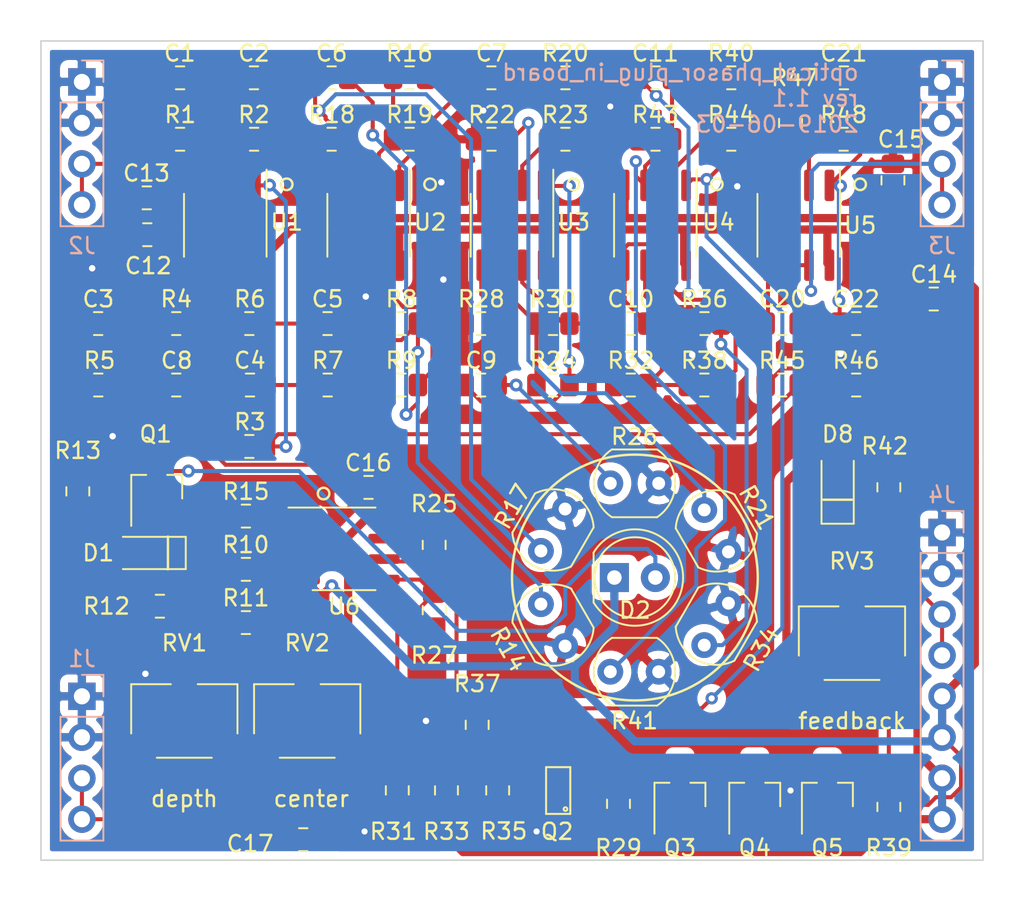
<source format=kicad_pcb>
(kicad_pcb (version 20171130) (host pcbnew 5.1.6-c6e7f7d~87~ubuntu18.04.1)
  (title_block (title "optical phasor plug in board") (date 2019-06-04) (rev 1.1) (comment 2 creativecommons.org/licenses/by/4.0/) (comment 3 "Licinse: CC by 4.0") (comment 4 "Author: Jordan Aceto"))
  (layers (0 F.Cu signal) (31 B.Cu signal) (34 B.Paste user) (35 F.Paste user) (36 B.SilkS user) (37 F.SilkS user) (38 B.Mask user) (39 F.Mask user) (44 Edge.Cuts user))
  (net 0 "")
  (net 1 "Net-(C1-Pad1)")
  (net 2 "Net-(C2-Pad1)")
  (net 3 "Net-(C2-Pad2)")
  (net 4 "Net-(C3-Pad1)")
  (net 5 "Net-(C4-Pad2)")
  (net 6 "Net-(C4-Pad1)")
  (net 7 "Net-(C5-Pad1)")
  (net 8 "Net-(C6-Pad1)")
  (net 9 "Net-(C6-Pad2)")
  (net 10 "Net-(C7-Pad2)")
  (net 11 "Net-(C7-Pad1)")
  (net 12 "Net-(C8-Pad1)")
  (net 13 "Net-(C8-Pad2)")
  (net 14 "Net-(C9-Pad1)")
  (net 15 "Net-(C9-Pad2)")
  (net 16 "Net-(C10-Pad2)")
  (net 17 "Net-(C10-Pad1)")
  (net 18 "Net-(C11-Pad1)")
  (net 19 "Net-(C11-Pad2)")
  (net 20 "Net-(D1-Pad1)")
  (net 21 "Net-(D8-Pad1)")
  (net 22 "Net-(J1-Pad3)")
  (net 23 "Net-(J2-Pad3)")
  (net 24 "Net-(J3-Pad3)")
  (net 25 "Net-(J4-Pad3)")
  (net 26 "Net-(Q2-Pad1)")
  (net 27 "Net-(Q3-Pad1)")
  (net 28 "Net-(Q5-Pad2)")
  (net 29 "Net-(R7-Pad1)")
  (net 30 "Net-(R10-Pad2)")
  (net 31 "Net-(R10-Pad1)")
  (net 32 "Net-(R11-Pad2)")
  (net 33 "Net-(R12-Pad2)")
  (net 34 "Net-(R16-Pad1)")
  (net 35 "Net-(R20-Pad1)")
  (net 36 "Net-(R24-Pad1)")
  (net 37 "Net-(R32-Pad1)")
  (net 38 "Net-(R40-Pad1)")
  (net 39 "Net-(Q2-Pad3)")
  (net 40 "Net-(Q2-Pad5)")
  (net 41 "Net-(Q2-Pad2)")
  (net 42 "Net-(Q2-Pad6)")
  (net 43 GND)
  (net 44 +12V)
  (net 45 -12V)
  (net 46 "Net-(C20-Pad2)")
  (net 47 "Net-(C21-Pad2)")
  (net 48 "Net-(C21-Pad1)")
  (net 49 "Net-(C22-Pad1)")
  (net 50 "Net-(D1-Pad2)")
  (net 51 "Net-(D2-Pad2)")
  (net 52 "Net-(R37-Pad2)")
  (module optical_phasor_plug_in_board:SOT457 (layer F.Cu) (at 148.914 112.522 90)
    (fp_text reference Q2 (at -2.54 -0.07 180) (layer F.SilkS))
    (fp_text value BCM847DS135 hide)
    (pad 6 smd rect (at -0.95 -1.45 90) (size 0.55 1.5) (layers F.Cu F.Paste F.Mask) (net 42 "Net-(Q2-Pad6)"))
    (pad 5 smd rect (at 0 -1.45 90) (size 0.55 1.5) (layers F.Cu F.Paste F.Mask) (net 40 "Net-(Q2-Pad5)"))
    (pad 4 smd rect (at 0.95 -1.45 90) (size 0.55 1.5) (layers F.Cu F.Paste F.Mask) (net 26 "Net-(Q2-Pad1)"))
    (pad 3 smd rect (at 0.95 1.45 90) (size 0.55 1.5) (layers F.Cu F.Paste F.Mask) (net 39 "Net-(Q2-Pad3)"))
    (pad 2 smd rect (at 0 1.45 90) (size 0.55 1.5) (layers F.Cu F.Paste F.Mask) (net 41 "Net-(Q2-Pad2)"))
    (pad 1 smd rect (at -0.95 1.45 90) (size 0.55 1.5) (layers F.Cu F.Paste F.Mask) (net 26 "Net-(Q2-Pad1)"))
  )
  (module Package_TO_SOT_SMD:SOT-23_Handsoldering (layer F.Cu) (at 165.608 112.8 90)
    (fp_text reference Q5 (at -3.278 0 180) (layer F.SilkS))
    (fp_text value MMBT3906)
    (pad 3 smd rect (at 1.5 0 90) (size 1.9 0.8) (layers F.Cu F.Paste F.Mask) (net 27 "Net-(Q3-Pad1)"))
    (pad 2 smd rect (at -1.5 0.95 90) (size 1.9 0.8) (layers F.Cu F.Paste F.Mask) (net 28 "Net-(Q5-Pad2)"))
    (pad 1 smd rect (at -1.5 -0.95 90) (size 1.9 0.8) (layers F.Cu F.Paste F.Mask) (net 43 GND))
  )
  (module Package_TO_SOT_SMD:SOT-23_Handsoldering (layer F.Cu) (at 161.102 112.8 90)
    (fp_text reference Q4 (at -3.278 0 180) (layer F.SilkS))
    (fp_text value MMBT3904)
    (pad 3 smd rect (at 1.5 0 90) (size 1.9 0.8) (layers F.Cu F.Paste F.Mask) (net 27 "Net-(Q3-Pad1)"))
    (pad 2 smd rect (at -1.5 0.95 90) (size 1.9 0.8) (layers F.Cu F.Paste F.Mask) (net 45 -12V))
    (pad 1 smd rect (at -1.5 -0.95 90) (size 1.9 0.8) (layers F.Cu F.Paste F.Mask) (net 27 "Net-(Q3-Pad1)"))
  )
  (module Package_TO_SOT_SMD:SOT-23_Handsoldering (layer F.Cu) (at 156.464 112.8 90)
    (fp_text reference Q3 (at -3.278 0 180) (layer F.SilkS))
    (fp_text value MMBT3904)
    (pad 3 smd rect (at 1.5 0 90) (size 1.9 0.8) (layers F.Cu F.Paste F.Mask) (net 26 "Net-(Q2-Pad1)"))
    (pad 2 smd rect (at -1.5 0.95 90) (size 1.9 0.8) (layers F.Cu F.Paste F.Mask) (net 45 -12V))
    (pad 1 smd rect (at -1.5 -0.95 90) (size 1.9 0.8) (layers F.Cu F.Paste F.Mask) (net 27 "Net-(Q3-Pad1)"))
  )
  (module Package_TO_SOT_SMD:SOT-23_Handsoldering (layer F.Cu) (at 124.018 93.71 90)
    (fp_text reference Q1 (at 3.286 -0.066 180) (layer F.SilkS))
    (fp_text value MMBT3906)
    (pad 3 smd rect (at 1.5 0 90) (size 1.9 0.8) (layers F.Cu F.Paste F.Mask) (net 51 "Net-(D2-Pad2)"))
    (pad 2 smd rect (at -1.5 0.95 90) (size 1.9 0.8) (layers F.Cu F.Paste F.Mask) (net 20 "Net-(D1-Pad1)"))
    (pad 1 smd rect (at -1.5 -0.95 90) (size 1.9 0.8) (layers F.Cu F.Paste F.Mask) (net 50 "Net-(D1-Pad2)"))
  )
  (module Potentiometer_SMD:Potentiometer_Bourns_3269W_Vertical (layer F.Cu) (at 167.132 103.378 180)
    (fp_text reference RV3 (at 0 5.08) (layer F.SilkS))
    (fp_text value 50k)
    (pad 3 smd rect (at -2.54 -2.415 180) (size 1.19 2.79) (layers F.Cu F.Paste F.Mask) (net 28 "Net-(Q5-Pad2)"))
    (pad 2 smd rect (at 0 2.415 180) (size 1.19 2.79) (layers F.Cu F.Paste F.Mask) (net 21 "Net-(D8-Pad1)"))
    (pad 1 smd rect (at 2.54 -2.415 180) (size 1.19 2.79) (layers F.Cu F.Paste F.Mask) (net 21 "Net-(D8-Pad1)"))
  )
  (module OptoDevice:R_LDR_5.0x4.1mm_P3mm_Vertical (layer F.Cu) (at 147.843793 97.662999 60)
    (fp_text reference R17 (at 1.5 -2.9 60) (layer F.SilkS))
    (fp_text value LDR)
    (pad 1 thru_hole circle (at 0 0 60) (size 1.6 1.6) (drill 0.8) (layers *.Cu *.Mask) (net 8 "Net-(C6-Pad1)"))
    (pad 2 thru_hole circle (at 3 0 60) (size 1.6 1.6) (drill 0.8) (layers *.Cu *.Mask) (net 43 GND))
  )
  (module Package_SO:SOIC-8_3.9x4.9mm_P1.27mm (layer F.Cu) (at 163.83 77.47 270)
    (fp_text reference U5 (at 0 -3.81 180) (layer F.SilkS))
    (fp_text value RC4558)
    (pad 8 smd roundrect (at 2.475 -1.905 270) (size 1.95 0.6) (layers F.Cu F.Paste F.Mask) (net 44 +12V))
    (pad 7 smd roundrect (at 2.475 -0.635 270) (size 1.95 0.6) (layers F.Cu F.Paste F.Mask) (net 24 "Net-(J3-Pad3)"))
    (pad 6 smd roundrect (at 2.475 0.635 270) (size 1.95 0.6) (layers F.Cu F.Paste F.Mask) (net 24 "Net-(J3-Pad3)"))
    (pad 5 smd roundrect (at 2.475 1.905 270) (size 1.95 0.6) (layers F.Cu F.Paste F.Mask) (net 46 "Net-(C20-Pad2)"))
    (pad 4 smd roundrect (at -2.475 1.905 270) (size 1.95 0.6) (layers F.Cu F.Paste F.Mask) (net 45 -12V))
    (pad 3 smd roundrect (at -2.475 0.635 270) (size 1.95 0.6) (layers F.Cu F.Paste F.Mask) (net 43 GND))
    (pad 2 smd roundrect (at -2.475 -0.635 270) (size 1.95 0.6) (layers F.Cu F.Paste F.Mask) (net 47 "Net-(C21-Pad2)"))
    (pad 1 smd roundrect (at -2.475 -1.905 270) (size 1.95 0.6) (layers F.Cu F.Paste F.Mask) (net 48 "Net-(C21-Pad1)"))
  )
  (module Potentiometer_SMD:Potentiometer_Bourns_3269W_Vertical (layer F.Cu) (at 133.35 108.204 180)
    (fp_text reference RV2 (at 0 4.826) (layer F.SilkS))
    (fp_text value 100k)
    (pad 3 smd rect (at -2.54 -2.415 180) (size 1.19 2.79) (layers F.Cu F.Paste F.Mask) (net 44 +12V))
    (pad 2 smd rect (at 0 2.415 180) (size 1.19 2.79) (layers F.Cu F.Paste F.Mask) (net 32 "Net-(R11-Pad2)"))
    (pad 1 smd rect (at 2.54 -2.415 180) (size 1.19 2.79) (layers F.Cu F.Paste F.Mask) (net 45 -12V))
  )
  (module Potentiometer_SMD:Potentiometer_Bourns_3269W_Vertical (layer F.Cu) (at 125.73 108.204 180)
    (fp_text reference RV1 (at 0 4.826) (layer F.SilkS))
    (fp_text value 10k)
    (pad 3 smd rect (at -2.54 -2.415 180) (size 1.19 2.79) (layers F.Cu F.Paste F.Mask) (net 22 "Net-(J1-Pad3)"))
    (pad 2 smd rect (at 0 2.415 180) (size 1.19 2.79) (layers F.Cu F.Paste F.Mask) (net 30 "Net-(R10-Pad2)"))
    (pad 1 smd rect (at 2.54 -2.415 180) (size 1.19 2.79) (layers F.Cu F.Paste F.Mask) (net 43 GND))
  )
  (module Connector_PinHeader_2.54mm:PinHeader_1x04_P2.54mm_Vertical (layer B.Cu) (at 119.38 106.68 180)
    (fp_text reference J1 (at 0 2.33) (layer B.SilkS) (effects (justify mirror)))
    (fp_text value Conn_01x04_Male)
    (pad 1 thru_hole rect (at 0 0 180) (size 1.7 1.7) (drill 1) (layers *.Cu *.Mask) (net 43 GND))
    (pad 2 thru_hole oval (at 0 -2.54 180) (size 1.7 1.7) (drill 1) (layers *.Cu *.Mask) (net 43 GND))
    (pad 3 thru_hole oval (at 0 -5.08 180) (size 1.7 1.7) (drill 1) (layers *.Cu *.Mask) (net 22 "Net-(J1-Pad3)"))
    (pad 4 thru_hole oval (at 0 -7.62 180) (size 1.7 1.7) (drill 1) (layers *.Cu *.Mask) (net 22 "Net-(J1-Pad3)"))
  )
  (module Resistor_SMD:R_0805_2012Metric_Pad1.15x1.40mm_HandSolder (layer F.Cu) (at 166.615 72.136 180)
    (fp_text reference R48 (at 0 1.524) (layer F.SilkS))
    (fp_text value 4k7)
    (pad 2 smd roundrect (at 1.025 0 180) (size 1.15 1.4) (layers F.Cu F.Paste F.Mask) (roundrect_rratio 0.217391) (net 47 "Net-(C21-Pad2)"))
    (pad 1 smd roundrect (at -1.025 0 180) (size 1.15 1.4) (layers F.Cu F.Paste F.Mask) (roundrect_rratio 0.217391) (net 48 "Net-(C21-Pad1)"))
  )
  (module Resistor_SMD:R_0805_2012Metric_Pad1.15x1.40mm_HandSolder (layer F.Cu) (at 163.322 71.129 270)
    (fp_text reference R47 (at -2.803 -0.254 180) (layer F.SilkS))
    (fp_text value 4k7)
    (pad 2 smd roundrect (at 1.025 0 270) (size 1.15 1.4) (layers F.Cu F.Paste F.Mask) (roundrect_rratio 0.217391) (net 52 "Net-(R37-Pad2)"))
    (pad 1 smd roundrect (at -1.025 0 270) (size 1.15 1.4) (layers F.Cu F.Paste F.Mask) (roundrect_rratio 0.217391) (net 47 "Net-(C21-Pad2)"))
  )
  (module Resistor_SMD:R_0805_2012Metric_Pad1.15x1.40mm_HandSolder (layer F.Cu) (at 167.395 87.376)
    (fp_text reference R46 (at -0.009 -1.524) (layer F.SilkS))
    (fp_text value 4k7)
    (pad 2 smd roundrect (at 1.025 0) (size 1.15 1.4) (layers F.Cu F.Paste F.Mask) (roundrect_rratio 0.217391) (net 49 "Net-(C22-Pad1)"))
    (pad 1 smd roundrect (at -1.025 0) (size 1.15 1.4) (layers F.Cu F.Paste F.Mask) (roundrect_rratio 0.217391) (net 46 "Net-(C20-Pad2)"))
  )
  (module Resistor_SMD:R_0805_2012Metric_Pad1.15x1.40mm_HandSolder (layer F.Cu) (at 162.805 87.376)
    (fp_text reference R45 (at 0 -1.524) (layer F.SilkS))
    (fp_text value 12k)
    (pad 2 smd roundrect (at 1.025 0) (size 1.15 1.4) (layers F.Cu F.Paste F.Mask) (roundrect_rratio 0.217391) (net 2 "Net-(C2-Pad1)"))
    (pad 1 smd roundrect (at -1.025 0) (size 1.15 1.4) (layers F.Cu F.Paste F.Mask) (roundrect_rratio 0.217391) (net 46 "Net-(C20-Pad2)"))
  )
  (module Resistor_SMD:R_0805_2012Metric_Pad1.15x1.40mm_HandSolder (layer F.Cu) (at 169.418 113.538 90)
    (fp_text reference R39 (at -2.54 0 180) (layer F.SilkS))
    (fp_text value 680k)
    (pad 2 smd roundrect (at 1.025 0 90) (size 1.15 1.4) (layers F.Cu F.Paste F.Mask) (roundrect_rratio 0.217391) (net 28 "Net-(Q5-Pad2)"))
    (pad 1 smd roundrect (at -1.025 0 90) (size 1.15 1.4) (layers F.Cu F.Paste F.Mask) (roundrect_rratio 0.217391) (net 44 +12V))
  )
  (module Resistor_SMD:R_0805_2012Metric_Pad1.15x1.40mm_HandSolder (layer F.Cu) (at 129.549 95.504 180)
    (fp_text reference R15 (at 0 1.524) (layer F.SilkS))
    (fp_text value ???)
    (pad 2 smd roundrect (at 1.025 0 180) (size 1.15 1.4) (layers F.Cu F.Paste F.Mask) (roundrect_rratio 0.217391) (net 31 "Net-(R10-Pad1)"))
    (pad 1 smd roundrect (at -1.025 0 180) (size 1.15 1.4) (layers F.Cu F.Paste F.Mask) (roundrect_rratio 0.217391) (net 33 "Net-(R12-Pad2)"))
  )
  (module Capacitor_SMD:C_0805_2012Metric_Pad1.15x1.40mm_HandSolder (layer F.Cu) (at 167.395 83.566 180)
    (fp_text reference C22 (at 0 1.524) (layer F.SilkS))
    (fp_text value 220nF)
    (pad 2 smd roundrect (at 1.025 0 180) (size 1.15 1.4) (layers F.Cu F.Paste F.Mask) (roundrect_rratio 0.217391) (net 48 "Net-(C21-Pad1)"))
    (pad 1 smd roundrect (at -1.025 0 180) (size 1.15 1.4) (layers F.Cu F.Paste F.Mask) (roundrect_rratio 0.217391) (net 49 "Net-(C22-Pad1)"))
  )
  (module Capacitor_SMD:C_0805_2012Metric_Pad1.15x1.40mm_HandSolder (layer F.Cu) (at 166.633 68.326 180)
    (fp_text reference C21 (at 0.009 1.524) (layer F.SilkS))
    (fp_text value 1n)
    (pad 2 smd roundrect (at 1.025 0 180) (size 1.15 1.4) (layers F.Cu F.Paste F.Mask) (roundrect_rratio 0.217391) (net 47 "Net-(C21-Pad2)"))
    (pad 1 smd roundrect (at -1.025 0 180) (size 1.15 1.4) (layers F.Cu F.Paste F.Mask) (roundrect_rratio 0.217391) (net 48 "Net-(C21-Pad1)"))
  )
  (module Capacitor_SMD:C_0805_2012Metric_Pad1.15x1.40mm_HandSolder (layer F.Cu) (at 162.805 83.566 180)
    (fp_text reference C20 (at 0 1.524) (layer F.SilkS))
    (fp_text value 470pF)
    (pad 2 smd roundrect (at 1.025 0 180) (size 1.15 1.4) (layers F.Cu F.Paste F.Mask) (roundrect_rratio 0.217391) (net 46 "Net-(C20-Pad2)"))
    (pad 1 smd roundrect (at -1.025 0 180) (size 1.15 1.4) (layers F.Cu F.Paste F.Mask) (roundrect_rratio 0.217391) (net 43 GND))
  )
  (module Resistor_SMD:R_0805_2012Metric_Pad1.15x1.40mm_HandSolder (layer F.Cu) (at 157.979 87.376 180)
    (fp_text reference R38 (at 0 1.524) (layer F.SilkS))
    (fp_text value 4k7)
    (pad 1 smd roundrect (at -1.025 0 180) (size 1.15 1.4) (layers F.Cu F.Paste F.Mask) (roundrect_rratio 0.217391) (net 19 "Net-(C11-Pad2)"))
    (pad 2 smd roundrect (at 1.025 0 180) (size 1.15 1.4) (layers F.Cu F.Paste F.Mask) (roundrect_rratio 0.217391) (net 37 "Net-(R32-Pad1)"))
  )
  (module Capacitor_SMD:C_0805_2012Metric_Pad1.15x1.40mm_HandSolder (layer F.Cu) (at 154.949 68.326 180)
    (fp_text reference C11 (at 0.009 1.524) (layer F.SilkS))
    (fp_text value 6n8)
    (pad 2 smd roundrect (at 1.025 0 180) (size 1.15 1.4) (layers F.Cu F.Paste F.Mask) (roundrect_rratio 0.217391) (net 19 "Net-(C11-Pad2)"))
    (pad 1 smd roundrect (at -1.025 0 180) (size 1.15 1.4) (layers F.Cu F.Paste F.Mask) (roundrect_rratio 0.217391) (net 18 "Net-(C11-Pad1)"))
  )
  (module Resistor_SMD:R_0805_2012Metric_Pad1.15x1.40mm_HandSolder (layer F.Cu) (at 157.988 83.566)
    (fp_text reference R36 (at 0 -1.524) (layer F.SilkS))
    (fp_text value 220k)
    (pad 1 smd roundrect (at -1.025 0) (size 1.15 1.4) (layers F.Cu F.Paste F.Mask) (roundrect_rratio 0.217391) (net 43 GND))
    (pad 2 smd roundrect (at 1.025 0) (size 1.15 1.4) (layers F.Cu F.Paste F.Mask) (roundrect_rratio 0.217391) (net 17 "Net-(C10-Pad1)"))
  )
  (module Resistor_SMD:R_0805_2012Metric_Pad1.15x1.40mm_HandSolder (layer F.Cu) (at 154.949 72.136)
    (fp_text reference R43 (at -0.009 -1.524) (layer F.SilkS))
    (fp_text value 220k)
    (pad 1 smd roundrect (at -1.025 0) (size 1.15 1.4) (layers F.Cu F.Paste F.Mask) (roundrect_rratio 0.217391) (net 43 GND))
    (pad 2 smd roundrect (at 1.025 0) (size 1.15 1.4) (layers F.Cu F.Paste F.Mask) (roundrect_rratio 0.217391) (net 18 "Net-(C11-Pad1)"))
  )
  (module Resistor_SMD:R_0805_2012Metric_Pad1.15x1.40mm_HandSolder (layer F.Cu) (at 153.416 87.376 180)
    (fp_text reference R32 (at -0.009 1.524) (layer F.SilkS))
    (fp_text value 4k7)
    (pad 2 smd roundrect (at 1.025 0 180) (size 1.15 1.4) (layers F.Cu F.Paste F.Mask) (roundrect_rratio 0.217391) (net 16 "Net-(C10-Pad2)"))
    (pad 1 smd roundrect (at -1.025 0 180) (size 1.15 1.4) (layers F.Cu F.Paste F.Mask) (roundrect_rratio 0.217391) (net 37 "Net-(R32-Pad1)"))
  )
  (module Resistor_SMD:R_0805_2012Metric_Pad1.15x1.40mm_HandSolder (layer F.Cu) (at 159.648 72.136 180)
    (fp_text reference R44 (at 0.009 1.524) (layer F.SilkS))
    (fp_text value 4k7)
    (pad 1 smd roundrect (at -1.025 0 180) (size 1.15 1.4) (layers F.Cu F.Paste F.Mask) (roundrect_rratio 0.217391) (net 52 "Net-(R37-Pad2)"))
    (pad 2 smd roundrect (at 1.025 0 180) (size 1.15 1.4) (layers F.Cu F.Paste F.Mask) (roundrect_rratio 0.217391) (net 38 "Net-(R40-Pad1)"))
  )
  (module Capacitor_SMD:C_0805_2012Metric_Pad1.15x1.40mm_HandSolder (layer F.Cu) (at 153.416 83.566 180)
    (fp_text reference C10 (at 0 1.524) (layer F.SilkS))
    (fp_text value 6n8)
    (pad 2 smd roundrect (at 1.025 0 180) (size 1.15 1.4) (layers F.Cu F.Paste F.Mask) (roundrect_rratio 0.217391) (net 16 "Net-(C10-Pad2)"))
    (pad 1 smd roundrect (at -1.025 0 180) (size 1.15 1.4) (layers F.Cu F.Paste F.Mask) (roundrect_rratio 0.217391) (net 17 "Net-(C10-Pad1)"))
  )
  (module Resistor_SMD:R_0805_2012Metric_Pad1.15x1.40mm_HandSolder (layer F.Cu) (at 159.648 68.326)
    (fp_text reference R40 (at -0.009 -1.524) (layer F.SilkS))
    (fp_text value 4k7)
    (pad 2 smd roundrect (at 1.025 0) (size 1.15 1.4) (layers F.Cu F.Paste F.Mask) (roundrect_rratio 0.217391) (net 19 "Net-(C11-Pad2)"))
    (pad 1 smd roundrect (at -1.025 0) (size 1.15 1.4) (layers F.Cu F.Paste F.Mask) (roundrect_rratio 0.217391) (net 38 "Net-(R40-Pad1)"))
  )
  (module Package_SO:SOIC-8_3.9x4.9mm_P1.27mm (layer F.Cu) (at 154.94 77.47 270)
    (fp_text reference U4 (at -0.189 -3.918 180) (layer F.SilkS))
    (fp_text value RC4558)
    (pad 8 smd roundrect (at 2.475 -1.905 270) (size 1.95 0.6) (layers F.Cu F.Paste F.Mask) (net 44 +12V))
    (pad 7 smd roundrect (at 2.475 -0.635 270) (size 1.95 0.6) (layers F.Cu F.Paste F.Mask) (net 19 "Net-(C11-Pad2)"))
    (pad 6 smd roundrect (at 2.475 0.635 270) (size 1.95 0.6) (layers F.Cu F.Paste F.Mask) (net 37 "Net-(R32-Pad1)"))
    (pad 5 smd roundrect (at 2.475 1.905 270) (size 1.95 0.6) (layers F.Cu F.Paste F.Mask) (net 17 "Net-(C10-Pad1)"))
    (pad 4 smd roundrect (at -2.475 1.905 270) (size 1.95 0.6) (layers F.Cu F.Paste F.Mask) (net 45 -12V))
    (pad 3 smd roundrect (at -2.475 0.635 270) (size 1.95 0.6) (layers F.Cu F.Paste F.Mask) (net 18 "Net-(C11-Pad1)"))
    (pad 2 smd roundrect (at -2.475 -0.635 270) (size 1.95 0.6) (layers F.Cu F.Paste F.Mask) (net 38 "Net-(R40-Pad1)"))
    (pad 1 smd roundrect (at -2.475 -1.905 270) (size 1.95 0.6) (layers F.Cu F.Paste F.Mask) (net 52 "Net-(R37-Pad2)"))
  )
  (module Resistor_SMD:R_0805_2012Metric_Pad1.15x1.40mm_HandSolder (layer F.Cu) (at 120.396 87.376)
    (fp_text reference R5 (at 0.075 -1.524) (layer F.SilkS))
    (fp_text value 220k)
    (pad 1 smd roundrect (at -1.025 0) (size 1.15 1.4) (layers F.Cu F.Paste F.Mask) (roundrect_rratio 0.217391) (net 43 GND))
    (pad 2 smd roundrect (at 1.025 0) (size 1.15 1.4) (layers F.Cu F.Paste F.Mask) (roundrect_rratio 0.217391) (net 4 "Net-(C3-Pad1)"))
  )
  (module LED_THT:LED_D5.0mm (layer F.Cu) (at 152.4 99.314)
    (fp_text reference D2 (at 1.27 2.032) (layer F.SilkS))
    (fp_text value green_diffused)
    (pad 2 thru_hole circle (at 2.54 0) (size 1.8 1.8) (drill 0.9) (layers *.Cu *.Mask) (net 51 "Net-(D2-Pad2)"))
    (pad 1 thru_hole rect (at 0 0) (size 1.8 1.8) (drill 0.9) (layers *.Cu *.Mask) (net 45 -12V))
  )
  (module Connector_PinHeader_2.54mm:PinHeader_1x04_P2.54mm_Vertical (layer B.Cu) (at 119.38 68.58 180)
    (fp_text reference J2 (at 0 -10.16) (layer B.SilkS) (effects (justify mirror)))
    (fp_text value Conn_01x04_Male)
    (pad 4 thru_hole oval (at 0 -7.62 180) (size 1.7 1.7) (drill 1) (layers *.Cu *.Mask) (net 23 "Net-(J2-Pad3)"))
    (pad 3 thru_hole oval (at 0 -5.08 180) (size 1.7 1.7) (drill 1) (layers *.Cu *.Mask) (net 23 "Net-(J2-Pad3)"))
    (pad 2 thru_hole oval (at 0 -2.54 180) (size 1.7 1.7) (drill 1) (layers *.Cu *.Mask) (net 43 GND))
    (pad 1 thru_hole rect (at 0 0 180) (size 1.7 1.7) (drill 1) (layers *.Cu *.Mask) (net 43 GND))
  )
  (module Connector_PinHeader_2.54mm:PinHeader_1x04_P2.54mm_Vertical (layer B.Cu) (at 172.72 68.58 180)
    (fp_text reference J3 (at 0 -10.16) (layer B.SilkS) (effects (justify mirror)))
    (fp_text value Conn_01x04_Male)
    (pad 4 thru_hole oval (at 0 -7.62 180) (size 1.7 1.7) (drill 1) (layers *.Cu *.Mask) (net 24 "Net-(J3-Pad3)"))
    (pad 3 thru_hole oval (at 0 -5.08 180) (size 1.7 1.7) (drill 1) (layers *.Cu *.Mask) (net 24 "Net-(J3-Pad3)"))
    (pad 2 thru_hole oval (at 0 -2.54 180) (size 1.7 1.7) (drill 1) (layers *.Cu *.Mask) (net 43 GND))
    (pad 1 thru_hole rect (at 0 0 180) (size 1.7 1.7) (drill 1) (layers *.Cu *.Mask) (net 43 GND))
  )
  (module Connector_PinHeader_2.54mm:PinHeader_1x08_P2.54mm_Vertical (layer B.Cu) (at 172.72 96.52 180)
    (fp_text reference J4 (at 0 2.33) (layer B.SilkS) (effects (justify mirror)))
    (fp_text value Conn_01x08_Male)
    (pad 1 thru_hole rect (at 0 0 180) (size 1.7 1.7) (drill 1) (layers *.Cu *.Mask) (net 43 GND))
    (pad 2 thru_hole oval (at 0 -2.54 180) (size 1.7 1.7) (drill 1) (layers *.Cu *.Mask) (net 43 GND))
    (pad 3 thru_hole oval (at 0 -5.08 180) (size 1.7 1.7) (drill 1) (layers *.Cu *.Mask) (net 25 "Net-(J4-Pad3)"))
    (pad 4 thru_hole oval (at 0 -7.62 180) (size 1.7 1.7) (drill 1) (layers *.Cu *.Mask) (net 25 "Net-(J4-Pad3)"))
    (pad 5 thru_hole oval (at 0 -10.16 180) (size 1.7 1.7) (drill 1) (layers *.Cu *.Mask) (net 45 -12V))
    (pad 6 thru_hole oval (at 0 -12.7 180) (size 1.7 1.7) (drill 1) (layers *.Cu *.Mask) (net 45 -12V))
    (pad 7 thru_hole oval (at 0 -15.24 180) (size 1.7 1.7) (drill 1) (layers *.Cu *.Mask) (net 44 +12V))
    (pad 8 thru_hole oval (at 0 -17.78 180) (size 1.7 1.7) (drill 1) (layers *.Cu *.Mask) (net 44 +12V))
  )
  (module OptoDevice:R_LDR_5.0x4.1mm_P3mm_Vertical (layer F.Cu) (at 147.843793 100.965001 300)
    (fp_text reference R14 (at 1.403675 3.156764 120) (layer F.SilkS))
    (fp_text value LDR)
    (pad 1 thru_hole circle (at 0 0 300) (size 1.6 1.6) (drill 0.8) (layers *.Cu *.Mask) (net 7 "Net-(C5-Pad1)"))
    (pad 2 thru_hole circle (at 3 0 300) (size 1.6 1.6) (drill 0.8) (layers *.Cu *.Mask) (net 43 GND))
  )
  (module OptoDevice:R_LDR_5.0x4.1mm_P3mm_Vertical (layer F.Cu) (at 157.972207 95.122999 300)
    (fp_text reference R21 (at 1.5 -2.9 120) (layer F.SilkS))
    (fp_text value LDR)
    (pad 2 thru_hole circle (at 3 0 300) (size 1.6 1.6) (drill 0.8) (layers *.Cu *.Mask) (net 43 GND))
    (pad 1 thru_hole circle (at 0 0 300) (size 1.6 1.6) (drill 0.8) (layers *.Cu *.Mask) (net 11 "Net-(C7-Pad1)"))
  )
  (module OptoDevice:R_LDR_5.0x4.1mm_P3mm_Vertical (layer F.Cu) (at 152.146 93.472)
    (fp_text reference R26 (at 1.5 -2.9) (layer F.SilkS))
    (fp_text value LDR)
    (pad 2 thru_hole circle (at 3 0) (size 1.6 1.6) (drill 0.8) (layers *.Cu *.Mask) (net 43 GND))
    (pad 1 thru_hole circle (at 0 0) (size 1.6 1.6) (drill 0.8) (layers *.Cu *.Mask) (net 14 "Net-(C9-Pad1)"))
  )
  (module OptoDevice:R_LDR_5.0x4.1mm_P3mm_Vertical (layer F.Cu) (at 157.972207 103.505001 60)
    (fp_text reference R34 (at 1.55803 3.206586 60) (layer F.SilkS))
    (fp_text value LDR)
    (pad 2 thru_hole circle (at 3 0 60) (size 1.6 1.6) (drill 0.8) (layers *.Cu *.Mask) (net 43 GND))
    (pad 1 thru_hole circle (at 0 0 60) (size 1.6 1.6) (drill 0.8) (layers *.Cu *.Mask) (net 17 "Net-(C10-Pad1)"))
  )
  (module OptoDevice:R_LDR_5.0x4.1mm_P3mm_Vertical (layer F.Cu) (at 152.146 105.156)
    (fp_text reference R41 (at 1.5 3.048) (layer F.SilkS))
    (fp_text value LDR)
    (pad 2 thru_hole circle (at 3 0) (size 1.6 1.6) (drill 0.8) (layers *.Cu *.Mask) (net 43 GND))
    (pad 1 thru_hole circle (at 0 0) (size 1.6 1.6) (drill 0.8) (layers *.Cu *.Mask) (net 18 "Net-(C11-Pad1)"))
  )
  (module Package_SO:SOIC-8_3.9x4.9mm_P1.27mm (layer F.Cu) (at 128.27 77.47 270)
    (fp_text reference U1 (at -0.189 -3.81 180) (layer F.SilkS))
    (fp_text value RC4558)
    (pad 1 smd roundrect (at -2.475 -1.905 270) (size 1.95 0.6) (layers F.Cu F.Paste F.Mask) (net 2 "Net-(C2-Pad1)"))
    (pad 2 smd roundrect (at -2.475 -0.635 270) (size 1.95 0.6) (layers F.Cu F.Paste F.Mask) (net 3 "Net-(C2-Pad2)"))
    (pad 3 smd roundrect (at -2.475 0.635 270) (size 1.95 0.6) (layers F.Cu F.Paste F.Mask) (net 1 "Net-(C1-Pad1)"))
    (pad 4 smd roundrect (at -2.475 1.905 270) (size 1.95 0.6) (layers F.Cu F.Paste F.Mask) (net 45 -12V))
    (pad 5 smd roundrect (at 2.475 1.905 270) (size 1.95 0.6) (layers F.Cu F.Paste F.Mask) (net 4 "Net-(C3-Pad1)"))
    (pad 6 smd roundrect (at 2.475 0.635 270) (size 1.95 0.6) (layers F.Cu F.Paste F.Mask) (net 6 "Net-(C4-Pad1)"))
    (pad 7 smd roundrect (at 2.475 -0.635 270) (size 1.95 0.6) (layers F.Cu F.Paste F.Mask) (net 5 "Net-(C4-Pad2)"))
    (pad 8 smd roundrect (at 2.475 -1.905 270) (size 1.95 0.6) (layers F.Cu F.Paste F.Mask) (net 44 +12V))
  )
  (module Package_SO:SOIC-8_3.9x4.9mm_P1.27mm (layer F.Cu) (at 137.16 77.47 270)
    (fp_text reference U2 (at -0.189 -3.818 180) (layer F.SilkS))
    (fp_text value RC4558)
    (pad 1 smd roundrect (at -2.475 -1.905 270) (size 1.95 0.6) (layers F.Cu F.Paste F.Mask) (net 10 "Net-(C7-Pad2)"))
    (pad 2 smd roundrect (at -2.475 -0.635 270) (size 1.95 0.6) (layers F.Cu F.Paste F.Mask) (net 34 "Net-(R16-Pad1)"))
    (pad 3 smd roundrect (at -2.475 0.635 270) (size 1.95 0.6) (layers F.Cu F.Paste F.Mask) (net 8 "Net-(C6-Pad1)"))
    (pad 4 smd roundrect (at -2.475 1.905 270) (size 1.95 0.6) (layers F.Cu F.Paste F.Mask) (net 45 -12V))
    (pad 5 smd roundrect (at 2.475 1.905 270) (size 1.95 0.6) (layers F.Cu F.Paste F.Mask) (net 7 "Net-(C5-Pad1)"))
    (pad 6 smd roundrect (at 2.475 0.635 270) (size 1.95 0.6) (layers F.Cu F.Paste F.Mask) (net 29 "Net-(R7-Pad1)"))
    (pad 7 smd roundrect (at 2.475 -0.635 270) (size 1.95 0.6) (layers F.Cu F.Paste F.Mask) (net 9 "Net-(C6-Pad2)"))
    (pad 8 smd roundrect (at 2.475 -1.905 270) (size 1.95 0.6) (layers F.Cu F.Paste F.Mask) (net 44 +12V))
  )
  (module Package_SO:SOIC-8_3.9x4.9mm_P1.27mm (layer F.Cu) (at 146.05 77.47 270)
    (fp_text reference U3 (at -0.189 -3.836 180) (layer F.SilkS))
    (fp_text value RC4558)
    (pad 1 smd roundrect (at -2.475 -1.905 270) (size 1.95 0.6) (layers F.Cu F.Paste F.Mask) (net 15 "Net-(C9-Pad2)"))
    (pad 2 smd roundrect (at -2.475 -0.635 270) (size 1.95 0.6) (layers F.Cu F.Paste F.Mask) (net 35 "Net-(R20-Pad1)"))
    (pad 3 smd roundrect (at -2.475 0.635 270) (size 1.95 0.6) (layers F.Cu F.Paste F.Mask) (net 11 "Net-(C7-Pad1)"))
    (pad 4 smd roundrect (at -2.475 1.905 270) (size 1.95 0.6) (layers F.Cu F.Paste F.Mask) (net 45 -12V))
    (pad 5 smd roundrect (at 2.475 1.905 270) (size 1.95 0.6) (layers F.Cu F.Paste F.Mask) (net 14 "Net-(C9-Pad1)"))
    (pad 6 smd roundrect (at 2.475 0.635 270) (size 1.95 0.6) (layers F.Cu F.Paste F.Mask) (net 36 "Net-(R24-Pad1)"))
    (pad 7 smd roundrect (at 2.475 -0.635 270) (size 1.95 0.6) (layers F.Cu F.Paste F.Mask) (net 16 "Net-(C10-Pad2)"))
    (pad 8 smd roundrect (at 2.475 -1.905 270) (size 1.95 0.6) (layers F.Cu F.Paste F.Mask) (net 44 +12V))
  )
  (module Package_SO:SOIC-8_3.9x4.9mm_P1.27mm (layer F.Cu) (at 135.636 97.536)
    (fp_text reference U6 (at 0 3.556) (layer F.SilkS))
    (fp_text value TL072)
    (pad 8 smd roundrect (at 2.475 -1.905) (size 1.95 0.6) (layers F.Cu F.Paste F.Mask) (net 44 +12V))
    (pad 7 smd roundrect (at 2.475 -0.635) (size 1.95 0.6) (layers F.Cu F.Paste F.Mask) (net 13 "Net-(C8-Pad2)"))
    (pad 6 smd roundrect (at 2.475 0.635) (size 1.95 0.6) (layers F.Cu F.Paste F.Mask) (net 39 "Net-(Q2-Pad3)"))
    (pad 5 smd roundrect (at 2.475 1.905) (size 1.95 0.6) (layers F.Cu F.Paste F.Mask) (net 42 "Net-(Q2-Pad6)"))
    (pad 4 smd roundrect (at -2.475 1.905) (size 1.95 0.6) (layers F.Cu F.Paste F.Mask) (net 45 -12V))
    (pad 3 smd roundrect (at -2.475 0.635) (size 1.95 0.6) (layers F.Cu F.Paste F.Mask) (net 43 GND))
    (pad 2 smd roundrect (at -2.475 -0.635) (size 1.95 0.6) (layers F.Cu F.Paste F.Mask) (net 31 "Net-(R10-Pad1)"))
    (pad 1 smd roundrect (at -2.475 -1.905) (size 1.95 0.6) (layers F.Cu F.Paste F.Mask) (net 33 "Net-(R12-Pad2)"))
  )
  (module Capacitor_SMD:C_0805_2012Metric_Pad1.15x1.40mm_HandSolder (layer F.Cu) (at 125.467 68.326 180)
    (fp_text reference C1 (at 0.017 1.524) (layer F.SilkS))
    (fp_text value 33pF)
    (pad 2 smd roundrect (at 1.025 0 180) (size 1.15 1.4) (layers F.Cu F.Paste F.Mask) (roundrect_rratio 0.217391) (net 43 GND))
    (pad 1 smd roundrect (at -1.025 0 180) (size 1.15 1.4) (layers F.Cu F.Paste F.Mask) (roundrect_rratio 0.217391) (net 1 "Net-(C1-Pad1)"))
  )
  (module Capacitor_SMD:C_0805_2012Metric_Pad1.15x1.40mm_HandSolder (layer F.Cu) (at 130.048 68.326 180)
    (fp_text reference C2 (at 0 1.524) (layer F.SilkS))
    (fp_text value 100nF)
    (pad 1 smd roundrect (at -1.025 0 180) (size 1.15 1.4) (layers F.Cu F.Paste F.Mask) (roundrect_rratio 0.217391) (net 2 "Net-(C2-Pad1)"))
    (pad 2 smd roundrect (at 1.025 0 180) (size 1.15 1.4) (layers F.Cu F.Paste F.Mask) (roundrect_rratio 0.217391) (net 3 "Net-(C2-Pad2)"))
  )
  (module Capacitor_SMD:C_0805_2012Metric_Pad1.15x1.40mm_HandSolder (layer F.Cu) (at 120.387 83.566 180)
    (fp_text reference C3 (at -0.009 1.524) (layer F.SilkS))
    (fp_text value 3n3)
    (pad 1 smd roundrect (at -1.025 0 180) (size 1.15 1.4) (layers F.Cu F.Paste F.Mask) (roundrect_rratio 0.217391) (net 4 "Net-(C3-Pad1)"))
    (pad 2 smd roundrect (at 1.025 0 180) (size 1.15 1.4) (layers F.Cu F.Paste F.Mask) (roundrect_rratio 0.217391) (net 43 GND))
  )
  (module Capacitor_SMD:C_0805_2012Metric_Pad1.15x1.40mm_HandSolder (layer F.Cu) (at 129.803 87.376)
    (fp_text reference C4 (at -0.009 -1.524) (layer F.SilkS))
    (fp_text value 1nF)
    (pad 2 smd roundrect (at 1.025 0) (size 1.15 1.4) (layers F.Cu F.Paste F.Mask) (roundrect_rratio 0.217391) (net 5 "Net-(C4-Pad2)"))
    (pad 1 smd roundrect (at -1.025 0) (size 1.15 1.4) (layers F.Cu F.Paste F.Mask) (roundrect_rratio 0.217391) (net 6 "Net-(C4-Pad1)"))
  )
  (module Capacitor_SMD:C_0805_2012Metric_Pad1.15x1.40mm_HandSolder (layer F.Cu) (at 134.611 83.566 180)
    (fp_text reference C5 (at 0 1.524) (layer F.SilkS))
    (fp_text value 6n8)
    (pad 1 smd roundrect (at -1.025 0 180) (size 1.15 1.4) (layers F.Cu F.Paste F.Mask) (roundrect_rratio 0.217391) (net 7 "Net-(C5-Pad1)"))
    (pad 2 smd roundrect (at 1.025 0 180) (size 1.15 1.4) (layers F.Cu F.Paste F.Mask) (roundrect_rratio 0.217391) (net 5 "Net-(C4-Pad2)"))
  )
  (module Capacitor_SMD:C_0805_2012Metric_Pad1.15x1.40mm_HandSolder (layer F.Cu) (at 134.865 68.326)
    (fp_text reference C6 (at 0 -1.524) (layer F.SilkS))
    (fp_text value 6n8)
    (pad 1 smd roundrect (at -1.025 0) (size 1.15 1.4) (layers F.Cu F.Paste F.Mask) (roundrect_rratio 0.217391) (net 8 "Net-(C6-Pad1)"))
    (pad 2 smd roundrect (at 1.025 0) (size 1.15 1.4) (layers F.Cu F.Paste F.Mask) (roundrect_rratio 0.217391) (net 9 "Net-(C6-Pad2)"))
  )
  (module Capacitor_SMD:C_0805_2012Metric_Pad1.15x1.40mm_HandSolder (layer F.Cu) (at 144.771 68.326 180)
    (fp_text reference C7 (at -0.009 1.524) (layer F.SilkS))
    (fp_text value 6n8)
    (pad 1 smd roundrect (at -1.025 0 180) (size 1.15 1.4) (layers F.Cu F.Paste F.Mask) (roundrect_rratio 0.217391) (net 11 "Net-(C7-Pad1)"))
    (pad 2 smd roundrect (at 1.025 0 180) (size 1.15 1.4) (layers F.Cu F.Paste F.Mask) (roundrect_rratio 0.217391) (net 10 "Net-(C7-Pad2)"))
  )
  (module Capacitor_SMD:C_0805_2012Metric_Pad1.15x1.40mm_HandSolder (layer F.Cu) (at 125.231 87.376)
    (fp_text reference C8 (at 0.025 -1.524) (layer F.SilkS))
    (fp_text value 470nF)
    (pad 2 smd roundrect (at 1.025 0) (size 1.15 1.4) (layers F.Cu F.Paste F.Mask) (roundrect_rratio 0.217391) (net 13 "Net-(C8-Pad2)"))
    (pad 1 smd roundrect (at -1.025 0) (size 1.15 1.4) (layers F.Cu F.Paste F.Mask) (roundrect_rratio 0.217391) (net 12 "Net-(C8-Pad1)"))
  )
  (module Capacitor_SMD:C_0805_2012Metric_Pad1.15x1.40mm_HandSolder (layer F.Cu) (at 144.136 87.376 180)
    (fp_text reference C9 (at -0.009 1.524) (layer F.SilkS))
    (fp_text value 6n8)
    (pad 1 smd roundrect (at -1.025 0 180) (size 1.15 1.4) (layers F.Cu F.Paste F.Mask) (roundrect_rratio 0.217391) (net 14 "Net-(C9-Pad1)"))
    (pad 2 smd roundrect (at 1.025 0 180) (size 1.15 1.4) (layers F.Cu F.Paste F.Mask) (roundrect_rratio 0.217391) (net 15 "Net-(C9-Pad2)"))
  )
  (module Resistor_SMD:R_0805_2012Metric_Pad1.15x1.40mm_HandSolder (layer F.Cu) (at 125.467 72.136)
    (fp_text reference R1 (at 0.009 -1.524) (layer F.SilkS))
    (fp_text value 3k9)
    (pad 1 smd roundrect (at -1.025 0) (size 1.15 1.4) (layers F.Cu F.Paste F.Mask) (roundrect_rratio 0.217391) (net 23 "Net-(J2-Pad3)"))
    (pad 2 smd roundrect (at 1.025 0) (size 1.15 1.4) (layers F.Cu F.Paste F.Mask) (roundrect_rratio 0.217391) (net 1 "Net-(C1-Pad1)"))
  )
  (module Resistor_SMD:R_0805_2012Metric_Pad1.15x1.40mm_HandSolder (layer F.Cu) (at 130.057 72.136 180)
    (fp_text reference R2 (at 0.009 1.524) (layer F.SilkS))
    (fp_text value 390k)
    (pad 2 smd roundrect (at 1.025 0 180) (size 1.15 1.4) (layers F.Cu F.Paste F.Mask) (roundrect_rratio 0.217391) (net 3 "Net-(C2-Pad2)"))
    (pad 1 smd roundrect (at -1.025 0 180) (size 1.15 1.4) (layers F.Cu F.Paste F.Mask) (roundrect_rratio 0.217391) (net 2 "Net-(C2-Pad1)"))
  )
  (module Resistor_SMD:R_0805_2012Metric_Pad1.15x1.40mm_HandSolder (layer F.Cu) (at 129.763 91.186)
    (fp_text reference R3 (at 0.031 -1.524) (layer F.SilkS))
    (fp_text value 4k7)
    (pad 1 smd roundrect (at -1.025 0) (size 1.15 1.4) (layers F.Cu F.Paste F.Mask) (roundrect_rratio 0.217391) (net 6 "Net-(C4-Pad1)"))
    (pad 2 smd roundrect (at 1.025 0) (size 1.15 1.4) (layers F.Cu F.Paste F.Mask) (roundrect_rratio 0.217391) (net 2 "Net-(C2-Pad1)"))
  )
  (module Resistor_SMD:R_0805_2012Metric_Pad1.15x1.40mm_HandSolder (layer F.Cu) (at 125.231 83.566 180)
    (fp_text reference R4 (at 0 1.524) (layer F.SilkS))
    (fp_text value 8k2)
    (pad 1 smd roundrect (at -1.025 0 180) (size 1.15 1.4) (layers F.Cu F.Paste F.Mask) (roundrect_rratio 0.217391) (net 12 "Net-(C8-Pad1)"))
    (pad 2 smd roundrect (at 1.025 0 180) (size 1.15 1.4) (layers F.Cu F.Paste F.Mask) (roundrect_rratio 0.217391) (net 4 "Net-(C3-Pad1)"))
  )
  (module Resistor_SMD:R_0805_2012Metric_Pad1.15x1.40mm_HandSolder (layer F.Cu) (at 129.763 83.566 180)
    (fp_text reference R6 (at -0.031 1.524) (layer F.SilkS))
    (fp_text value 4k7)
    (pad 2 smd roundrect (at 1.025 0 180) (size 1.15 1.4) (layers F.Cu F.Paste F.Mask) (roundrect_rratio 0.217391) (net 6 "Net-(C4-Pad1)"))
    (pad 1 smd roundrect (at -1.025 0 180) (size 1.15 1.4) (layers F.Cu F.Paste F.Mask) (roundrect_rratio 0.217391) (net 5 "Net-(C4-Pad2)"))
  )
  (module Resistor_SMD:R_0805_2012Metric_Pad1.15x1.40mm_HandSolder (layer F.Cu) (at 134.62 87.376 180)
    (fp_text reference R7 (at 0 1.524) (layer F.SilkS))
    (fp_text value 4k7)
    (pad 1 smd roundrect (at -1.025 0 180) (size 1.15 1.4) (layers F.Cu F.Paste F.Mask) (roundrect_rratio 0.217391) (net 29 "Net-(R7-Pad1)"))
    (pad 2 smd roundrect (at 1.025 0 180) (size 1.15 1.4) (layers F.Cu F.Paste F.Mask) (roundrect_rratio 0.217391) (net 5 "Net-(C4-Pad2)"))
  )
  (module Resistor_SMD:R_0805_2012Metric_Pad1.15x1.40mm_HandSolder (layer F.Cu) (at 139.192 83.566)
    (fp_text reference R8 (at 0 -1.524) (layer F.SilkS))
    (fp_text value 220k)
    (pad 1 smd roundrect (at -1.025 0) (size 1.15 1.4) (layers F.Cu F.Paste F.Mask) (roundrect_rratio 0.217391) (net 43 GND))
    (pad 2 smd roundrect (at 1.025 0) (size 1.15 1.4) (layers F.Cu F.Paste F.Mask) (roundrect_rratio 0.217391) (net 7 "Net-(C5-Pad1)"))
  )
  (module Resistor_SMD:R_0805_2012Metric_Pad1.15x1.40mm_HandSolder (layer F.Cu) (at 139.192 87.376 180)
    (fp_text reference R9 (at 0 1.524) (layer F.SilkS))
    (fp_text value 4k7)
    (pad 2 smd roundrect (at 1.025 0 180) (size 1.15 1.4) (layers F.Cu F.Paste F.Mask) (roundrect_rratio 0.217391) (net 29 "Net-(R7-Pad1)"))
    (pad 1 smd roundrect (at -1.025 0 180) (size 1.15 1.4) (layers F.Cu F.Paste F.Mask) (roundrect_rratio 0.217391) (net 9 "Net-(C6-Pad2)"))
  )
  (module Resistor_SMD:R_0805_2012Metric_Pad1.15x1.40mm_HandSolder (layer F.Cu) (at 129.549 98.806 180)
    (fp_text reference R10 (at 0.009 1.524) (layer F.SilkS))
    (fp_text value ???)
    (pad 2 smd roundrect (at 1.025 0 180) (size 1.15 1.4) (layers F.Cu F.Paste F.Mask) (roundrect_rratio 0.217391) (net 30 "Net-(R10-Pad2)"))
    (pad 1 smd roundrect (at -1.025 0 180) (size 1.15 1.4) (layers F.Cu F.Paste F.Mask) (roundrect_rratio 0.217391) (net 31 "Net-(R10-Pad1)"))
  )
  (module Resistor_SMD:R_0805_2012Metric_Pad1.15x1.40mm_HandSolder (layer F.Cu) (at 129.549 102.108 180)
    (fp_text reference R11 (at 0 1.524) (layer F.SilkS))
    (fp_text value ???)
    (pad 1 smd roundrect (at -1.025 0 180) (size 1.15 1.4) (layers F.Cu F.Paste F.Mask) (roundrect_rratio 0.217391) (net 31 "Net-(R10-Pad1)"))
    (pad 2 smd roundrect (at 1.025 0 180) (size 1.15 1.4) (layers F.Cu F.Paste F.Mask) (roundrect_rratio 0.217391) (net 32 "Net-(R11-Pad2)"))
  )
  (module Resistor_SMD:R_0805_2012Metric_Pad1.15x1.40mm_HandSolder (layer F.Cu) (at 124.215 101.092)
    (fp_text reference R12 (at -3.311 0) (layer F.SilkS))
    (fp_text value 10k)
    (pad 2 smd roundrect (at 1.025 0) (size 1.15 1.4) (layers F.Cu F.Paste F.Mask) (roundrect_rratio 0.217391) (net 33 "Net-(R12-Pad2)"))
    (pad 1 smd roundrect (at -1.025 0) (size 1.15 1.4) (layers F.Cu F.Paste F.Mask) (roundrect_rratio 0.217391) (net 50 "Net-(D1-Pad2)"))
  )
  (module Resistor_SMD:R_0805_2012Metric_Pad1.15x1.40mm_HandSolder (layer F.Cu) (at 119.126 93.971 90)
    (fp_text reference R13 (at 2.531 0 180) (layer F.SilkS))
    (fp_text value ???)
    (pad 1 smd roundrect (at -1.025 0 90) (size 1.15 1.4) (layers F.Cu F.Paste F.Mask) (roundrect_rratio 0.217391) (net 20 "Net-(D1-Pad1)"))
    (pad 2 smd roundrect (at 1.025 0 90) (size 1.15 1.4) (layers F.Cu F.Paste F.Mask) (roundrect_rratio 0.217391) (net 43 GND))
  )
  (module Resistor_SMD:R_0805_2012Metric_Pad1.15x1.40mm_HandSolder (layer F.Cu) (at 139.7 68.326)
    (fp_text reference R16 (at -0.009 -1.524) (layer F.SilkS))
    (fp_text value 4k7)
    (pad 2 smd roundrect (at 1.025 0) (size 1.15 1.4) (layers F.Cu F.Paste F.Mask) (roundrect_rratio 0.217391) (net 9 "Net-(C6-Pad2)"))
    (pad 1 smd roundrect (at -1.025 0) (size 1.15 1.4) (layers F.Cu F.Paste F.Mask) (roundrect_rratio 0.217391) (net 34 "Net-(R16-Pad1)"))
  )
  (module Resistor_SMD:R_0805_2012Metric_Pad1.15x1.40mm_HandSolder (layer F.Cu) (at 134.865 72.136)
    (fp_text reference R18 (at 0.009 -1.524) (layer F.SilkS))
    (fp_text value 220k)
    (pad 2 smd roundrect (at 1.025 0) (size 1.15 1.4) (layers F.Cu F.Paste F.Mask) (roundrect_rratio 0.217391) (net 8 "Net-(C6-Pad1)"))
    (pad 1 smd roundrect (at -1.025 0) (size 1.15 1.4) (layers F.Cu F.Paste F.Mask) (roundrect_rratio 0.217391) (net 43 GND))
  )
  (module Resistor_SMD:R_0805_2012Metric_Pad1.15x1.40mm_HandSolder (layer F.Cu) (at 139.7 72.136 180)
    (fp_text reference R19 (at 0 1.524) (layer F.SilkS))
    (fp_text value 4k7)
    (pad 1 smd roundrect (at -1.025 0 180) (size 1.15 1.4) (layers F.Cu F.Paste F.Mask) (roundrect_rratio 0.217391) (net 10 "Net-(C7-Pad2)"))
    (pad 2 smd roundrect (at 1.025 0 180) (size 1.15 1.4) (layers F.Cu F.Paste F.Mask) (roundrect_rratio 0.217391) (net 34 "Net-(R16-Pad1)"))
  )
  (module Resistor_SMD:R_0805_2012Metric_Pad1.15x1.40mm_HandSolder (layer F.Cu) (at 149.361 68.326)
    (fp_text reference R20 (at -0.009 -1.524) (layer F.SilkS))
    (fp_text value 4k7)
    (pad 2 smd roundrect (at 1.025 0) (size 1.15 1.4) (layers F.Cu F.Paste F.Mask) (roundrect_rratio 0.217391) (net 10 "Net-(C7-Pad2)"))
    (pad 1 smd roundrect (at -1.025 0) (size 1.15 1.4) (layers F.Cu F.Paste F.Mask) (roundrect_rratio 0.217391) (net 35 "Net-(R20-Pad1)"))
  )
  (module Resistor_SMD:R_0805_2012Metric_Pad1.15x1.40mm_HandSolder (layer F.Cu) (at 144.78 72.136)
    (fp_text reference R22 (at 0.009 -1.524 180) (layer F.SilkS))
    (fp_text value 220k)
    (pad 2 smd roundrect (at 1.025 0) (size 1.15 1.4) (layers F.Cu F.Paste F.Mask) (roundrect_rratio 0.217391) (net 11 "Net-(C7-Pad1)"))
    (pad 1 smd roundrect (at -1.025 0) (size 1.15 1.4) (layers F.Cu F.Paste F.Mask) (roundrect_rratio 0.217391) (net 43 GND))
  )
  (module Resistor_SMD:R_0805_2012Metric_Pad1.15x1.40mm_HandSolder (layer F.Cu) (at 149.361 72.136 180)
    (fp_text reference R23 (at 0.009 1.524) (layer F.SilkS))
    (fp_text value 4k7)
    (pad 2 smd roundrect (at 1.025 0 180) (size 1.15 1.4) (layers F.Cu F.Paste F.Mask) (roundrect_rratio 0.217391) (net 35 "Net-(R20-Pad1)"))
    (pad 1 smd roundrect (at -1.025 0 180) (size 1.15 1.4) (layers F.Cu F.Paste F.Mask) (roundrect_rratio 0.217391) (net 15 "Net-(C9-Pad2)"))
  )
  (module Resistor_SMD:R_0805_2012Metric_Pad1.15x1.40mm_HandSolder (layer F.Cu) (at 148.59 87.376)
    (fp_text reference R24 (at 0.009 -1.524) (layer F.SilkS))
    (fp_text value 4k7)
    (pad 2 smd roundrect (at 1.025 0) (size 1.15 1.4) (layers F.Cu F.Paste F.Mask) (roundrect_rratio 0.217391) (net 15 "Net-(C9-Pad2)"))
    (pad 1 smd roundrect (at -1.025 0) (size 1.15 1.4) (layers F.Cu F.Paste F.Mask) (roundrect_rratio 0.217391) (net 36 "Net-(R24-Pad1)"))
  )
  (module Resistor_SMD:R_0805_2012Metric_Pad1.15x1.40mm_HandSolder (layer F.Cu) (at 141.224 97.291 270)
    (fp_text reference R25 (at -2.549 0 180) (layer F.SilkS))
    (fp_text value 220k)
    (pad 2 smd roundrect (at 1.025 0 270) (size 1.15 1.4) (layers F.Cu F.Paste F.Mask) (roundrect_rratio 0.217391) (net 39 "Net-(Q2-Pad3)"))
    (pad 1 smd roundrect (at -1.025 0 270) (size 1.15 1.4) (layers F.Cu F.Paste F.Mask) (roundrect_rratio 0.217391) (net 13 "Net-(C8-Pad2)"))
  )
  (module Resistor_SMD:R_0805_2012Metric_Pad1.15x1.40mm_HandSolder (layer F.Cu) (at 141.224 101.337 90)
    (fp_text reference R27 (at -2.803 0 180) (layer F.SilkS))
    (fp_text value 220k)
    (pad 1 smd roundrect (at -1.025 0 90) (size 1.15 1.4) (layers F.Cu F.Paste F.Mask) (roundrect_rratio 0.217391) (net 43 GND))
    (pad 2 smd roundrect (at 1.025 0 90) (size 1.15 1.4) (layers F.Cu F.Paste F.Mask) (roundrect_rratio 0.217391) (net 42 "Net-(Q2-Pad6)"))
  )
  (module Resistor_SMD:R_0805_2012Metric_Pad1.15x1.40mm_HandSolder (layer F.Cu) (at 144.136 83.566)
    (fp_text reference R28 (at 0.009 -1.524) (layer F.SilkS))
    (fp_text value 220k)
    (pad 2 smd roundrect (at 1.025 0) (size 1.15 1.4) (layers F.Cu F.Paste F.Mask) (roundrect_rratio 0.217391) (net 14 "Net-(C9-Pad1)"))
    (pad 1 smd roundrect (at -1.025 0) (size 1.15 1.4) (layers F.Cu F.Paste F.Mask) (roundrect_rratio 0.217391) (net 43 GND))
  )
  (module Resistor_SMD:R_0805_2012Metric_Pad1.15x1.40mm_HandSolder (layer F.Cu) (at 152.654 113.3475 90)
    (fp_text reference R29 (at -2.7305 0 180) (layer F.SilkS))
    (fp_text value 220R)
    (pad 1 smd roundrect (at -1.025 0 90) (size 1.15 1.4) (layers F.Cu F.Paste F.Mask) (roundrect_rratio 0.217391) (net 43 GND))
    (pad 2 smd roundrect (at 1.025 0 90) (size 1.15 1.4) (layers F.Cu F.Paste F.Mask) (roundrect_rratio 0.217391) (net 41 "Net-(Q2-Pad2)"))
  )
  (module Resistor_SMD:R_0805_2012Metric_Pad1.15x1.40mm_HandSolder (layer F.Cu) (at 148.59 83.566 180)
    (fp_text reference R30 (at 0 1.524) (layer F.SilkS))
    (fp_text value 4k7)
    (pad 1 smd roundrect (at -1.025 0 180) (size 1.15 1.4) (layers F.Cu F.Paste F.Mask) (roundrect_rratio 0.217391) (net 16 "Net-(C10-Pad2)"))
    (pad 2 smd roundrect (at 1.025 0 180) (size 1.15 1.4) (layers F.Cu F.Paste F.Mask) (roundrect_rratio 0.217391) (net 36 "Net-(R24-Pad1)"))
  )
  (module Resistor_SMD:R_0805_2012Metric_Pad1.15x1.40mm_HandSolder (layer F.Cu) (at 138.938 112.513 270)
    (fp_text reference R31 (at 2.549 0.254 180) (layer F.SilkS))
    (fp_text value 47k)
    (pad 2 smd roundrect (at 1.025 0 270) (size 1.15 1.4) (layers F.Cu F.Paste F.Mask) (roundrect_rratio 0.217391) (net 44 +12V))
    (pad 1 smd roundrect (at -1.025 0 270) (size 1.15 1.4) (layers F.Cu F.Paste F.Mask) (roundrect_rratio 0.217391) (net 42 "Net-(Q2-Pad6)"))
  )
  (module Resistor_SMD:R_0805_2012Metric_Pad1.15x1.40mm_HandSolder (layer F.Cu) (at 141.986 112.513 270)
    (fp_text reference R33 (at 2.549 0 180) (layer F.SilkS))
    (fp_text value 47k)
    (pad 2 smd roundrect (at 1.025 0 270) (size 1.15 1.4) (layers F.Cu F.Paste F.Mask) (roundrect_rratio 0.217391) (net 44 +12V))
    (pad 1 smd roundrect (at -1.025 0 270) (size 1.15 1.4) (layers F.Cu F.Paste F.Mask) (roundrect_rratio 0.217391) (net 39 "Net-(Q2-Pad3)"))
  )
  (module Resistor_SMD:R_0805_2012Metric_Pad1.15x1.40mm_HandSolder (layer F.Cu) (at 145.161 112.513 90)
    (fp_text reference R35 (at -2.531 0.381 180) (layer F.SilkS))
    (fp_text value 220R)
    (pad 1 smd roundrect (at -1.025 0 90) (size 1.15 1.4) (layers F.Cu F.Paste F.Mask) (roundrect_rratio 0.217391) (net 43 GND))
    (pad 2 smd roundrect (at 1.025 0 90) (size 1.15 1.4) (layers F.Cu F.Paste F.Mask) (roundrect_rratio 0.217391) (net 40 "Net-(Q2-Pad5)"))
  )
  (module Resistor_SMD:R_0805_2012Metric_Pad1.15x1.40mm_HandSolder (layer F.Cu) (at 143.891 108.449 90)
    (fp_text reference R37 (at 2.549 0 180) (layer F.SilkS))
    (fp_text value 100k)
    (pad 1 smd roundrect (at -1.025 0 90) (size 1.15 1.4) (layers F.Cu F.Paste F.Mask) (roundrect_rratio 0.217391) (net 40 "Net-(Q2-Pad5)"))
    (pad 2 smd roundrect (at 1.025 0 90) (size 1.15 1.4) (layers F.Cu F.Paste F.Mask) (roundrect_rratio 0.217391) (net 52 "Net-(R37-Pad2)"))
  )
  (module Resistor_SMD:R_0805_2012Metric_Pad1.15x1.40mm_HandSolder (layer F.Cu) (at 169.418 93.717 90)
    (fp_text reference R42 (at 2.549 -0.254 180) (layer F.SilkS))
    (fp_text value 7k5)
    (pad 2 smd roundrect (at 1.025 0 90) (size 1.15 1.4) (layers F.Cu F.Paste F.Mask) (roundrect_rratio 0.217391) (net 25 "Net-(J4-Pad3)"))
    (pad 1 smd roundrect (at -1.025 0 90) (size 1.15 1.4) (layers F.Cu F.Paste F.Mask) (roundrect_rratio 0.217391) (net 21 "Net-(D8-Pad1)"))
  )
  (module Diode_SMD:D_SOD-123 (layer F.Cu) (at 123.57 97.79 180)
    (fp_text reference D1 (at 3.176 0) (layer F.SilkS))
    (fp_text value 1N914)
    (pad 2 smd rect (at 1.65 0 180) (size 0.9 1.2) (layers F.Cu F.Paste F.Mask) (net 50 "Net-(D1-Pad2)"))
    (pad 1 smd rect (at -1.65 0 180) (size 0.9 1.2) (layers F.Cu F.Paste F.Mask) (net 20 "Net-(D1-Pad1)"))
  )
  (module Diode_SMD:D_SOD-123 (layer F.Cu) (at 166.243 93.727 90)
    (fp_text reference D8 (at 3.302 0 180) (layer F.SilkS))
    (fp_text value 1N5225B)
    (pad 1 smd rect (at -1.65 0 90) (size 0.9 1.2) (layers F.Cu F.Paste F.Mask) (net 21 "Net-(D8-Pad1)"))
    (pad 2 smd rect (at 1.65 0 90) (size 0.9 1.2) (layers F.Cu F.Paste F.Mask) (net 43 GND))
  )
  (module Capacitor_SMD:C_0805_2012Metric_Pad1.15x1.40mm_HandSolder (layer F.Cu) (at 123.435 78.0542 180)
    (fp_text reference C12 (at -0.0598 -1.9304) (layer F.SilkS))
    (fp_text value 100nF)
    (pad 2 smd roundrect (at 1.025 0 180) (size 1.15 1.4) (layers F.Cu F.Paste F.Mask) (roundrect_rratio 0.217391) (net 43 GND))
    (pad 1 smd roundrect (at -1.025 0 180) (size 1.15 1.4) (layers F.Cu F.Paste F.Mask) (roundrect_rratio 0.217391) (net 44 +12V))
  )
  (module Capacitor_SMD:C_0805_2012Metric_Pad1.15x1.40mm_HandSolder (layer F.Cu) (at 123.4022 75.7682 180)
    (fp_text reference C13 (at 0.0164 1.524) (layer F.SilkS))
    (fp_text value 100nF)
    (pad 2 smd roundrect (at 1.025 0 180) (size 1.15 1.4) (layers F.Cu F.Paste F.Mask) (roundrect_rratio 0.217391) (net 43 GND))
    (pad 1 smd roundrect (at -1.025 0 180) (size 1.15 1.4) (layers F.Cu F.Paste F.Mask) (roundrect_rratio 0.217391) (net 45 -12V))
  )
  (module Capacitor_SMD:C_0805_2012Metric_Pad1.15x1.40mm_HandSolder (layer F.Cu) (at 172.203 82.042)
    (fp_text reference C14 (at 0.009 -1.524) (layer F.SilkS))
    (fp_text value 100nF)
    (pad 1 smd roundrect (at -1.025 0) (size 1.15 1.4) (layers F.Cu F.Paste F.Mask) (roundrect_rratio 0.217391) (net 44 +12V))
    (pad 2 smd roundrect (at 1.025 0) (size 1.15 1.4) (layers F.Cu F.Paste F.Mask) (roundrect_rratio 0.217391) (net 43 GND))
  )
  (module Capacitor_SMD:C_0805_2012Metric_Pad1.15x1.40mm_HandSolder (layer F.Cu) (at 169.672 74.685 90)
    (fp_text reference C15 (at 2.549 0.508 180) (layer F.SilkS))
    (fp_text value 100nF)
    (pad 1 smd roundrect (at -1.025 0 90) (size 1.15 1.4) (layers F.Cu F.Paste F.Mask) (roundrect_rratio 0.217391) (net 45 -12V))
    (pad 2 smd roundrect (at 1.025 0 90) (size 1.15 1.4) (layers F.Cu F.Paste F.Mask) (roundrect_rratio 0.217391) (net 43 GND))
  )
  (module Capacitor_SMD:C_0805_2012Metric_Pad1.15x1.40mm_HandSolder (layer F.Cu) (at 137.151 93.726 180)
    (fp_text reference C16 (at 0.009 1.524) (layer F.SilkS))
    (fp_text value 100nF)
    (pad 2 smd roundrect (at 1.025 0 180) (size 1.15 1.4) (layers F.Cu F.Paste F.Mask) (roundrect_rratio 0.217391) (net 43 GND))
    (pad 1 smd roundrect (at -1.025 0 180) (size 1.15 1.4) (layers F.Cu F.Paste F.Mask) (roundrect_rratio 0.217391) (net 44 +12V))
  )
  (module Capacitor_SMD:C_0805_2012Metric_Pad1.15x1.40mm_HandSolder (layer F.Cu) (at 133.105 115.57)
    (fp_text reference C17 (at -3.293 0.254) (layer F.SilkS))
    (fp_text value 100nF)
    (pad 2 smd roundrect (at 1.025 0) (size 1.15 1.4) (layers F.Cu F.Paste F.Mask) (roundrect_rratio 0.217391) (net 43 GND))
    (pad 1 smd roundrect (at -1.025 0) (size 1.15 1.4) (layers F.Cu F.Paste F.Mask) (roundrect_rratio 0.217391) (net 45 -12V))
  )
  (gr_line (start 124.714 98.806) (end 124.714 96.774) (layer F.SilkS) (width 0.15))
  (gr_line (start 165.354 94.488) (end 167.132 94.488) (layer F.SilkS) (width 0.15))
  (gr_line (start 175.26 66.04) (end 116.84 66.04) (layer Edge.Cuts) (width 0.1))
  (gr_line (start 175.26 116.84) (end 175.26 66.04) (layer Edge.Cuts) (width 0.1))
  (gr_line (start 116.84 116.84) (end 175.26 116.84) (layer Edge.Cuts) (width 0.1))
  (gr_line (start 116.84 66.04) (end 116.84 116.84) (layer Edge.Cuts) (width 0.1))
  (gr_circle (center 167.64 74.93) (end 167.894 75.184) (layer F.SilkS) (width 0.15))
  (gr_circle (center 134.366 94.107) (end 134.62 94.361) (layer F.SilkS) (width 0.15))
  (gr_circle (center 158.75 74.93) (end 159.004 75.184) (layer F.SilkS) (width 0.15))
  (gr_circle (center 149.86 74.93) (end 150.114 75.184) (layer F.SilkS) (width 0.15))
  (gr_circle (center 140.97 74.93) (end 141.224 75.184) (layer F.SilkS) (width 0.15))
  (gr_circle (center 132.08 74.93) (end 132.334 75.184) (layer F.SilkS) (width 0.15))
  (gr_text "optical_phasor_plug_in_board\nrev 1.1\n2019-06-03" (at 167.64 69.596) (layer B.SilkS) (effects (font (size 1 1)) (justify left mirror)))
  (gr_text feedback (at 167.132 108.204) (layer F.SilkS) (effects (font (size 1 1))))
  (gr_text center (at 133.604 113.03) (layer F.SilkS) (effects (font (size 1 1))))
  (gr_text depth (at 125.73 113.03) (layer F.SilkS) (effects (font (size 1 1))))
  (gr_circle (center 153.67 99.314) (end 153.67 91.694) (layer F.SilkS) (width 0.15))
  (segment (start 126.873 72.517) (end 126.492 72.136) (width 0.254) (layer F.Cu) (net 1))
  (segment (start 126.492 72.136) (end 126.492 68.326) (width 0.254) (layer F.Cu) (net 1))
  (segment (start 127.635 73.279) (end 126.492 72.136) (width 0.25) (layer F.Cu) (net 1))
  (segment (start 127.635 74.995) (end 127.635 73.279) (width 0.25) (layer F.Cu) (net 1))
  (segment (start 131.082 68.335) (end 131.073 68.326) (width 0.254) (layer F.Cu) (net 2))
  (segment (start 131.082 72.136) (end 131.082 68.335) (width 0.254) (layer F.Cu) (net 2))
  (segment (start 130.175 73.043) (end 131.082 72.136) (width 0.25) (layer F.Cu) (net 2))
  (segment (start 130.175 74.995) (end 130.175 73.043) (width 0.25) (layer F.Cu) (net 2))
  (via (at 131.0132 74.9808) (size 0.8) (drill 0.4) (layers F.Cu B.Cu) (net 2))
  (segment (start 130.175 74.995) (end 130.999 74.995) (width 0.25) (layer F.Cu) (net 2))
  (segment (start 130.999 74.995) (end 131.0132 74.9808) (width 0.25) (layer F.Cu) (net 2))
  (via (at 132.0292 91.186) (size 0.8) (drill 0.4) (layers F.Cu B.Cu) (net 2))
  (segment (start 132.0292 75.9968) (end 131.0132 74.9808) (width 0.25) (layer B.Cu) (net 2))
  (segment (start 132.0292 91.186) (end 132.0292 75.9968) (width 0.25) (layer B.Cu) (net 2))
  (segment (start 132.0292 91.186) (end 130.788 91.186) (width 0.25) (layer F.Cu) (net 2))
  (segment (start 163.206628 87.999372) (end 163.83 87.376) (width 0.25) (layer F.Cu) (net 2))
  (segment (start 130.788 91.186) (end 131.55 90.424) (width 0.25) (layer F.Cu) (net 2))
  (segment (start 160.782 90.424) (end 163.206628 87.999372) (width 0.25) (layer F.Cu) (net 2))
  (segment (start 131.55 90.424) (end 160.782 90.424) (width 0.25) (layer F.Cu) (net 2))
  (segment (start 129.023 68.326) (end 129.023 70.857) (width 0.254) (layer F.Cu) (net 3))
  (segment (start 129.032 70.866) (end 129.032 72.136) (width 0.254) (layer F.Cu) (net 3))
  (segment (start 129.023 70.857) (end 129.032 70.866) (width 0.254) (layer F.Cu) (net 3))
  (segment (start 128.905 72.263) (end 129.032 72.136) (width 0.25) (layer F.Cu) (net 3))
  (segment (start 128.905 74.995) (end 128.905 72.263) (width 0.25) (layer F.Cu) (net 3))
  (segment (start 124.206 83.566) (end 121.412 83.566) (width 0.254) (layer F.Cu) (net 4))
  (segment (start 121.412 87.367) (end 121.421 87.376) (width 0.254) (layer F.Cu) (net 4))
  (segment (start 121.412 83.566) (end 121.412 87.367) (width 0.254) (layer F.Cu) (net 4))
  (segment (start 126.365 81.407) (end 126.365 79.945) (width 0.25) (layer F.Cu) (net 4))
  (segment (start 124.206 83.566) (end 126.365 81.407) (width 0.25) (layer F.Cu) (net 4))
  (segment (start 130.788 87.336) (end 130.828 87.376) (width 0.254) (layer F.Cu) (net 5))
  (segment (start 130.788 83.566) (end 130.788 87.336) (width 0.254) (layer F.Cu) (net 5))
  (segment (start 128.905 81.683) (end 128.905 79.945) (width 0.25) (layer F.Cu) (net 5))
  (segment (start 130.788 83.566) (end 128.905 81.683) (width 0.25) (layer F.Cu) (net 5))
  (segment (start 130.788 83.566) (end 133.586 83.566) (width 0.25) (layer F.Cu) (net 5))
  (segment (start 130.828 87.376) (end 133.595 87.376) (width 0.25) (layer F.Cu) (net 5))
  (segment (start 128.738 87.336) (end 128.778 87.376) (width 0.254) (layer F.Cu) (net 6))
  (segment (start 128.738 83.566) (end 128.738 87.336) (width 0.254) (layer F.Cu) (net 6))
  (segment (start 128.738 87.416) (end 128.778 87.376) (width 0.254) (layer F.Cu) (net 6))
  (segment (start 128.738 91.186) (end 128.738 87.416) (width 0.254) (layer F.Cu) (net 6))
  (segment (start 127.635 81.663) (end 127.635 81.02) (width 0.25) (layer F.Cu) (net 6))
  (segment (start 127.635 81.02) (end 127.635 79.945) (width 0.25) (layer F.Cu) (net 6))
  (segment (start 128.738 82.766) (end 127.635 81.663) (width 0.25) (layer F.Cu) (net 6))
  (segment (start 128.738 83.566) (end 128.738 82.766) (width 0.25) (layer F.Cu) (net 6))
  (segment (start 135.255 83.185) (end 135.636 83.566) (width 0.25) (layer F.Cu) (net 7))
  (segment (start 135.255 79.945) (end 135.255 83.185) (width 0.25) (layer F.Cu) (net 7))
  (segment (start 139.593628 84.189372) (end 140.217 83.566) (width 0.25) (layer F.Cu) (net 7))
  (segment (start 137.33601 84.59101) (end 139.19199 84.59101) (width 0.25) (layer F.Cu) (net 7))
  (segment (start 136.311 83.566) (end 137.33601 84.59101) (width 0.25) (layer F.Cu) (net 7))
  (segment (start 139.19199 84.59101) (end 139.593628 84.189372) (width 0.25) (layer F.Cu) (net 7))
  (segment (start 135.636 83.566) (end 136.311 83.566) (width 0.25) (layer F.Cu) (net 7))
  (via (at 140.208 85.344) (size 0.8) (drill 0.4) (layers F.Cu B.Cu) (net 7))
  (segment (start 140.217 83.566) (end 140.217 85.335) (width 0.25) (layer F.Cu) (net 7))
  (segment (start 140.217 85.335) (end 140.208 85.344) (width 0.25) (layer F.Cu) (net 7))
  (segment (start 140.208 92.197838) (end 140.208 85.909685) (width 0.25) (layer B.Cu) (net 7))
  (segment (start 140.208 85.909685) (end 140.208 85.344) (width 0.25) (layer B.Cu) (net 7))
  (segment (start 147.843793 99.833631) (end 140.208 92.197838) (width 0.25) (layer B.Cu) (net 7))
  (segment (start 147.843793 100.965001) (end 147.843793 99.833631) (width 0.25) (layer B.Cu) (net 7))
  (segment (start 136.525 72.771) (end 135.89 72.136) (width 0.25) (layer F.Cu) (net 8))
  (segment (start 136.525 74.995) (end 136.525 72.771) (width 0.25) (layer F.Cu) (net 8))
  (segment (start 133.84 68.326) (end 133.84 70.086) (width 0.25) (layer F.Cu) (net 8))
  (via (at 134.112 70.358) (size 0.762) (drill 0.381) (layers F.Cu B.Cu) (net 8))
  (segment (start 133.84 70.086) (end 134.112 70.358) (width 0.25) (layer F.Cu) (net 8))
  (segment (start 135.127009 71.512628) (end 135.266628 71.512628) (width 0.25) (layer F.Cu) (net 8))
  (segment (start 134.492999 70.738999) (end 134.492999 70.878618) (width 0.25) (layer F.Cu) (net 8))
  (segment (start 134.112 70.358) (end 134.492999 70.738999) (width 0.25) (layer F.Cu) (net 8))
  (segment (start 134.492999 70.878618) (end 135.127009 71.512628) (width 0.25) (layer F.Cu) (net 8))
  (segment (start 135.266628 71.512628) (end 135.89 72.136) (width 0.25) (layer F.Cu) (net 8))
  (segment (start 135.128 69.342) (end 134.112 70.358) (width 0.25) (layer B.Cu) (net 8))
  (segment (start 140.716 69.342) (end 135.128 69.342) (width 0.25) (layer B.Cu) (net 8))
  (segment (start 143.51 72.136) (end 140.716 69.342) (width 0.25) (layer B.Cu) (net 8))
  (segment (start 143.51 93.218) (end 143.51 72.136) (width 0.25) (layer B.Cu) (net 8))
  (segment (start 147.843793 97.662999) (end 147.843793 97.551793) (width 0.25) (layer B.Cu) (net 8))
  (segment (start 147.843793 97.551793) (end 143.51 93.218) (width 0.25) (layer B.Cu) (net 8))
  (segment (start 136.513372 67.702628) (end 135.89 68.326) (width 0.25) (layer F.Cu) (net 9))
  (segment (start 136.91501 67.30099) (end 136.513372 67.702628) (width 0.25) (layer F.Cu) (net 9))
  (segment (start 139.69999 67.30099) (end 136.91501 67.30099) (width 0.25) (layer F.Cu) (net 9))
  (segment (start 140.725 68.326) (end 139.69999 67.30099) (width 0.25) (layer F.Cu) (net 9))
  (segment (start 137.795 81.02) (end 137.795 79.945) (width 0.25) (layer F.Cu) (net 9))
  (segment (start 139.31599 82.54099) (end 137.795 81.02) (width 0.25) (layer F.Cu) (net 9))
  (segment (start 140.78018 82.54099) (end 139.31599 82.54099) (width 0.25) (layer F.Cu) (net 9))
  (segment (start 141.11701 86.47599) (end 141.11701 82.87782) (width 0.25) (layer F.Cu) (net 9))
  (segment (start 141.11701 82.87782) (end 140.78018 82.54099) (width 0.25) (layer F.Cu) (net 9))
  (segment (start 140.217 87.376) (end 141.11701 86.47599) (width 0.25) (layer F.Cu) (net 9))
  (via (at 139.48299 89.202588) (size 0.8) (drill 0.4) (layers F.Cu B.Cu) (net 9))
  (segment (start 140.217 87.376) (end 140.217 88.468578) (width 0.25) (layer F.Cu) (net 9))
  (segment (start 140.217 88.468578) (end 139.882989 88.802589) (width 0.25) (layer F.Cu) (net 9))
  (segment (start 139.882989 88.802589) (end 139.48299 89.202588) (width 0.25) (layer F.Cu) (net 9))
  (via (at 137.414 71.881986) (size 0.8) (drill 0.4) (layers F.Cu B.Cu) (net 9))
  (segment (start 139.48299 73.950976) (end 137.813999 72.281985) (width 0.25) (layer B.Cu) (net 9))
  (segment (start 137.414 71.316301) (end 137.414 71.881986) (width 0.25) (layer F.Cu) (net 9))
  (segment (start 135.89 68.326) (end 137.414 69.85) (width 0.25) (layer F.Cu) (net 9))
  (segment (start 137.414 69.85) (end 137.414 71.316301) (width 0.25) (layer F.Cu) (net 9))
  (segment (start 139.48299 89.202588) (end 139.48299 73.950976) (width 0.25) (layer B.Cu) (net 9))
  (segment (start 137.813999 72.281985) (end 137.414 71.881986) (width 0.25) (layer B.Cu) (net 9))
  (segment (start 139.065 73.796) (end 140.725 72.136) (width 0.25) (layer F.Cu) (net 10))
  (segment (start 139.065 74.995) (end 139.065 73.796) (width 0.25) (layer F.Cu) (net 10))
  (segment (start 140.725 71.347) (end 140.725 72.136) (width 0.25) (layer F.Cu) (net 10))
  (segment (start 143.746 68.326) (end 140.725 71.347) (width 0.25) (layer F.Cu) (net 10))
  (segment (start 149.762628 67.702628) (end 150.386 68.326) (width 0.25) (layer F.Cu) (net 10))
  (segment (start 144.77101 67.30099) (end 149.36099 67.30099) (width 0.25) (layer F.Cu) (net 10))
  (segment (start 149.36099 67.30099) (end 149.762628 67.702628) (width 0.25) (layer F.Cu) (net 10))
  (segment (start 143.746 68.326) (end 144.77101 67.30099) (width 0.25) (layer F.Cu) (net 10))
  (segment (start 145.796 72.136) (end 145.796 68.326) (width 0.254) (layer F.Cu) (net 11))
  (segment (start 145.415 72.526) (end 145.805 72.136) (width 0.25) (layer F.Cu) (net 11))
  (segment (start 145.415 74.995) (end 145.415 72.526) (width 0.25) (layer F.Cu) (net 11))
  (via (at 147.066 71.12) (size 0.762) (drill 0.381) (layers F.Cu B.Cu) (net 11))
  (segment (start 145.415 72.771) (end 145.415 74.995) (width 0.25) (layer F.Cu) (net 11))
  (segment (start 147.066 71.12) (end 145.415 72.771) (width 0.25) (layer F.Cu) (net 11))
  (segment (start 157.972207 93.991629) (end 157.972207 95.122999) (width 0.25) (layer B.Cu) (net 11))
  (segment (start 151.864578 87.884) (end 157.972207 93.991629) (width 0.25) (layer B.Cu) (net 11))
  (segment (start 149.098 87.884) (end 151.864578 87.884) (width 0.25) (layer B.Cu) (net 11))
  (segment (start 147.066 71.12) (end 147.066 85.852) (width 0.25) (layer B.Cu) (net 11))
  (segment (start 147.066 85.852) (end 149.098 87.884) (width 0.25) (layer B.Cu) (net 11))
  (segment (start 124.206 85.616) (end 126.256 83.566) (width 0.254) (layer F.Cu) (net 12))
  (segment (start 124.206 87.376) (end 124.206 85.616) (width 0.254) (layer F.Cu) (net 12))
  (segment (start 140.589 96.901) (end 141.224 96.266) (width 0.25) (layer F.Cu) (net 13))
  (segment (start 138.111 96.901) (end 140.589 96.901) (width 0.25) (layer F.Cu) (net 13))
  (segment (start 126.256 88.176) (end 126.256 87.376) (width 0.25) (layer F.Cu) (net 13))
  (segment (start 126.256 90.29219) (end 126.256 88.176) (width 0.25) (layer F.Cu) (net 13))
  (segment (start 138.35818 92.31999) (end 128.2838 92.31999) (width 0.25) (layer F.Cu) (net 13))
  (segment (start 141.224 95.18581) (end 138.35818 92.31999) (width 0.25) (layer F.Cu) (net 13))
  (segment (start 128.2838 92.31999) (end 126.256 90.29219) (width 0.25) (layer F.Cu) (net 13))
  (segment (start 141.224 96.266) (end 141.224 95.18581) (width 0.25) (layer F.Cu) (net 13))
  (segment (start 145.161 83.566) (end 145.161 87.376) (width 0.254) (layer F.Cu) (net 14))
  (segment (start 144.145 81.02) (end 144.145 79.945) (width 0.25) (layer F.Cu) (net 14))
  (segment (start 144.145 81.75) (end 144.145 81.02) (width 0.25) (layer F.Cu) (net 14))
  (segment (start 145.161 82.766) (end 144.145 81.75) (width 0.25) (layer F.Cu) (net 14))
  (segment (start 145.161 83.566) (end 145.161 82.766) (width 0.25) (layer F.Cu) (net 14))
  (via (at 146.304 87.376) (size 0.8) (drill 0.4) (layers F.Cu B.Cu) (net 14))
  (segment (start 145.161 87.376) (end 146.304 87.376) (width 0.25) (layer F.Cu) (net 14))
  (segment (start 152.146 93.218) (end 152.146 93.472) (width 0.25) (layer B.Cu) (net 14))
  (segment (start 146.304 87.376) (end 152.146 93.218) (width 0.25) (layer B.Cu) (net 14))
  (segment (start 150.386 72.564) (end 150.386 72.136) (width 0.25) (layer F.Cu) (net 15))
  (segment (start 147.955 74.995) (end 150.386 72.564) (width 0.25) (layer F.Cu) (net 15))
  (segment (start 148.991628 87.999372) (end 149.615 87.376) (width 0.25) (layer F.Cu) (net 15))
  (segment (start 148.58999 88.40101) (end 148.991628 87.999372) (width 0.25) (layer F.Cu) (net 15))
  (segment (start 144.13601 88.40101) (end 148.58999 88.40101) (width 0.25) (layer F.Cu) (net 15))
  (segment (start 143.111 87.376) (end 144.13601 88.40101) (width 0.25) (layer F.Cu) (net 15))
  (via (at 149.606 85.9028) (size 0.8) (drill 0.4) (layers F.Cu B.Cu) (net 15))
  (segment (start 149.615 87.376) (end 149.615 85.9118) (width 0.25) (layer F.Cu) (net 15))
  (segment (start 149.615 85.9118) (end 149.606 85.9028) (width 0.25) (layer F.Cu) (net 15))
  (via (at 149.606 75.0316) (size 0.8) (drill 0.4) (layers F.Cu B.Cu) (net 15))
  (segment (start 149.606 85.9028) (end 149.606 75.0316) (width 0.25) (layer B.Cu) (net 15))
  (segment (start 147.9916 75.0316) (end 147.955 74.995) (width 0.25) (layer F.Cu) (net 15))
  (segment (start 149.606 75.0316) (end 147.9916 75.0316) (width 0.25) (layer F.Cu) (net 15))
  (segment (start 149.231 83.566) (end 149.615 83.566) (width 0.25) (layer F.Cu) (net 16))
  (segment (start 146.685 81.02) (end 149.231 83.566) (width 0.25) (layer F.Cu) (net 16))
  (segment (start 146.685 79.945) (end 146.685 81.02) (width 0.25) (layer F.Cu) (net 16))
  (segment (start 149.615 83.566) (end 152.391 83.566) (width 0.25) (layer F.Cu) (net 16))
  (segment (start 152.391 83.566) (end 152.391 87.376) (width 0.25) (layer F.Cu) (net 16))
  (segment (start 153.035 82.16) (end 154.441 83.566) (width 0.25) (layer F.Cu) (net 17))
  (segment (start 153.035 79.945) (end 153.035 82.16) (width 0.25) (layer F.Cu) (net 17))
  (segment (start 157.98799 82.54099) (end 156.09939 82.54099) (width 0.25) (layer F.Cu) (net 17))
  (segment (start 159.013 83.566) (end 157.98799 82.54099) (width 0.25) (layer F.Cu) (net 17))
  (segment (start 153.035 78.87) (end 153.035 79.945) (width 0.25) (layer F.Cu) (net 17))
  (segment (start 154.651758 78.64499) (end 153.26001 78.64499) (width 0.25) (layer F.Cu) (net 17))
  (segment (start 153.26001 78.64499) (end 153.035 78.87) (width 0.25) (layer F.Cu) (net 17))
  (segment (start 154.93001 78.923242) (end 154.651758 78.64499) (width 0.25) (layer F.Cu) (net 17))
  (segment (start 154.93001 81.37161) (end 154.93001 78.923242) (width 0.25) (layer F.Cu) (net 17))
  (segment (start 156.09939 82.54099) (end 154.93001 81.37161) (width 0.25) (layer F.Cu) (net 17))
  (via (at 159.004 84.836) (size 0.8) (drill 0.4) (layers F.Cu B.Cu) (net 17))
  (segment (start 159.013 83.566) (end 159.013 84.827) (width 0.25) (layer F.Cu) (net 17))
  (segment (start 159.013 84.827) (end 159.004 84.836) (width 0.25) (layer F.Cu) (net 17))
  (segment (start 160.597208 102.01137) (end 159.103577 103.505001) (width 0.25) (layer B.Cu) (net 17))
  (segment (start 159.103577 103.505001) (end 157.972207 103.505001) (width 0.25) (layer B.Cu) (net 17))
  (segment (start 159.004 84.836) (end 160.597208 86.429208) (width 0.25) (layer B.Cu) (net 17))
  (segment (start 160.597208 86.429208) (end 160.597208 102.01137) (width 0.25) (layer B.Cu) (net 17))
  (segment (start 155.974 72.136) (end 155.974 68.326) (width 0.254) (layer F.Cu) (net 18))
  (segment (start 154.305 73.805) (end 154.305 74.995) (width 0.25) (layer F.Cu) (net 18))
  (segment (start 155.974 72.136) (end 154.305 73.805) (width 0.25) (layer F.Cu) (net 18))
  (via (at 153.732464 73.503691) (size 0.762) (drill 0.381) (layers F.Cu B.Cu) (net 18))
  (segment (start 153.732464 74.422464) (end 154.305 74.995) (width 0.25) (layer F.Cu) (net 18))
  (segment (start 153.732464 73.503691) (end 153.732464 74.422464) (width 0.25) (layer F.Cu) (net 18))
  (segment (start 159.258 95.758) (end 159.258 91.186) (width 0.25) (layer B.Cu) (net 18))
  (segment (start 157.48 97.536) (end 159.258 95.758) (width 0.25) (layer B.Cu) (net 18))
  (segment (start 153.732464 85.660464) (end 153.732464 73.503691) (width 0.25) (layer B.Cu) (net 18))
  (segment (start 159.258 91.186) (end 153.732464 85.660464) (width 0.25) (layer B.Cu) (net 18))
  (segment (start 152.146 105.156) (end 157.48 99.822) (width 0.25) (layer B.Cu) (net 18))
  (segment (start 157.48 99.822) (end 157.48 97.536) (width 0.25) (layer B.Cu) (net 18))
  (segment (start 154.547372 67.702628) (end 153.924 68.326) (width 0.25) (layer F.Cu) (net 19))
  (segment (start 154.94901 67.30099) (end 154.547372 67.702628) (width 0.25) (layer F.Cu) (net 19))
  (segment (start 159.64799 67.30099) (end 154.94901 67.30099) (width 0.25) (layer F.Cu) (net 19))
  (segment (start 160.673 68.326) (end 159.64799 67.30099) (width 0.25) (layer F.Cu) (net 19))
  (segment (start 159.627372 86.752628) (end 159.004 87.376) (width 0.25) (layer F.Cu) (net 19))
  (segment (start 156.645979 82.090979) (end 159.126169 82.090979) (width 0.25) (layer F.Cu) (net 19))
  (segment (start 159.126169 82.090979) (end 159.91301 82.87782) (width 0.25) (layer F.Cu) (net 19))
  (segment (start 159.91301 86.46699) (end 159.627372 86.752628) (width 0.25) (layer F.Cu) (net 19))
  (segment (start 155.575 81.02) (end 156.645979 82.090979) (width 0.25) (layer F.Cu) (net 19))
  (segment (start 155.575 79.945) (end 155.575 81.02) (width 0.25) (layer F.Cu) (net 19))
  (segment (start 159.91301 82.87782) (end 159.91301 86.46699) (width 0.25) (layer F.Cu) (net 19))
  (segment (start 155.575 81.02) (end 156.2922 81.7372) (width 0.25) (layer F.Cu) (net 19))
  (via (at 156.9974 81.7372) (size 0.8) (drill 0.4) (layers F.Cu B.Cu) (net 19))
  (segment (start 156.2922 81.7372) (end 156.9974 81.7372) (width 0.25) (layer F.Cu) (net 19))
  (via (at 154.9908 69.4182) (size 0.8) (drill 0.4) (layers F.Cu B.Cu) (net 19))
  (segment (start 154.013084 68.415084) (end 153.924 68.326) (width 0.25) (layer F.Cu) (net 19))
  (segment (start 154.9908 69.4182) (end 154.013084 68.415084) (width 0.25) (layer F.Cu) (net 19))
  (segment (start 156.9974 71.4248) (end 156.9974 81.7372) (width 0.25) (layer B.Cu) (net 19))
  (segment (start 154.9908 69.4182) (end 156.9974 71.4248) (width 0.25) (layer B.Cu) (net 19))
  (segment (start 125.22 94.962) (end 124.968 94.71) (width 0.25) (layer F.Cu) (net 20))
  (segment (start 125.22 97.79) (end 125.22 94.962) (width 0.25) (layer F.Cu) (net 20))
  (segment (start 119.749372 94.372628) (end 119.126 94.996) (width 0.25) (layer F.Cu) (net 20))
  (segment (start 124.242999 93.934999) (end 120.187001 93.934999) (width 0.25) (layer F.Cu) (net 20))
  (segment (start 120.187001 93.934999) (end 119.749372 94.372628) (width 0.25) (layer F.Cu) (net 20))
  (segment (start 124.968 94.66) (end 124.242999 93.934999) (width 0.25) (layer F.Cu) (net 20))
  (segment (start 124.968 94.71) (end 124.968 94.66) (width 0.25) (layer F.Cu) (net 20))
  (segment (start 166.878 94.742) (end 166.243 95.377) (width 0.25) (layer F.Cu) (net 21))
  (segment (start 169.418 94.742) (end 166.878 94.742) (width 0.25) (layer F.Cu) (net 21))
  (segment (start 166.751 100.411) (end 167.303 100.963) (width 0.25) (layer F.Cu) (net 21))
  (segment (start 166.751 95.377) (end 166.751 100.411) (width 0.25) (layer F.Cu) (net 21))
  (segment (start 165.437 105.793) (end 167.132 104.098) (width 0.25) (layer F.Cu) (net 21))
  (segment (start 167.132 102.608) (end 167.132 100.963) (width 0.25) (layer F.Cu) (net 21))
  (segment (start 167.132 104.098) (end 167.132 102.608) (width 0.25) (layer F.Cu) (net 21))
  (segment (start 164.592 105.793) (end 165.437 105.793) (width 0.25) (layer F.Cu) (net 21))
  (segment (start 128.27 111.419) (end 128.27 110.619) (width 0.25) (layer F.Cu) (net 22))
  (segment (start 125.389 114.3) (end 128.27 111.419) (width 0.25) (layer F.Cu) (net 22))
  (segment (start 119.38 114.3) (end 125.389 114.3) (width 0.25) (layer F.Cu) (net 22))
  (segment (start 119.38 114.3) (end 119.38 111.76) (width 0.25) (layer F.Cu) (net 22))
  (segment (start 122.918 73.66) (end 124.442 72.136) (width 0.25) (layer F.Cu) (net 23))
  (segment (start 119.38 73.66) (end 122.918 73.66) (width 0.25) (layer F.Cu) (net 23))
  (segment (start 119.38 73.66) (end 119.38 76.2) (width 0.25) (layer F.Cu) (net 23))
  (segment (start 163.195 79.945) (end 164.465 79.945) (width 0.25) (layer F.Cu) (net 24))
  (segment (start 172.72 73.66) (end 165.1 73.66) (width 0.25) (layer B.Cu) (net 24))
  (via (at 164.592 81.534) (size 0.762) (drill 0.381) (layers F.Cu B.Cu) (net 24))
  (segment (start 165.1 73.66) (end 164.592 74.168) (width 0.25) (layer B.Cu) (net 24))
  (segment (start 164.592 74.168) (end 164.592 81.534) (width 0.25) (layer B.Cu) (net 24))
  (segment (start 164.592 80.072) (end 164.465 79.945) (width 0.25) (layer F.Cu) (net 24))
  (segment (start 164.592 81.534) (end 164.592 80.072) (width 0.25) (layer F.Cu) (net 24))
  (segment (start 172.72 73.66) (end 172.72 76.2) (width 0.25) (layer F.Cu) (net 24))
  (segment (start 170.041372 93.315372) (end 169.418 92.692) (width 0.25) (layer F.Cu) (net 25))
  (segment (start 170.688 93.962) (end 170.041372 93.315372) (width 0.25) (layer F.Cu) (net 25))
  (segment (start 172.72 101.6) (end 170.688 99.568) (width 0.25) (layer F.Cu) (net 25))
  (segment (start 170.688 99.568) (end 170.688 93.962) (width 0.25) (layer F.Cu) (net 25))
  (segment (start 172.72 104.14) (end 172.72 101.6) (width 0.25) (layer F.Cu) (net 25))
  (segment (start 149.981002 113.472) (end 150.171 113.472) (width 0.25) (layer F.Cu) (net 26))
  (segment (start 147.771 111.572) (end 148.081002 111.572) (width 0.25) (layer F.Cu) (net 26))
  (segment (start 150.2955 113.3475) (end 150.171 113.472) (width 0.25) (layer F.Cu) (net 26))
  (segment (start 156.464 111.85) (end 156.464 111.3) (width 0.25) (layer F.Cu) (net 26))
  (segment (start 155.814 112.5) (end 156.464 111.85) (width 0.25) (layer F.Cu) (net 26))
  (segment (start 154.292 113.472) (end 155.264 112.5) (width 0.25) (layer F.Cu) (net 26))
  (segment (start 155.264 112.5) (end 155.814 112.5) (width 0.25) (layer F.Cu) (net 26))
  (segment (start 154.292 113.472) (end 150.364 113.472) (width 0.25) (layer F.Cu) (net 26))
  (segment (start 149.54 113.472) (end 150.364 113.472) (width 0.25) (layer F.Cu) (net 26))
  (segment (start 148.844 112.776) (end 149.54 113.472) (width 0.25) (layer F.Cu) (net 26))
  (segment (start 148.844 112.268) (end 148.844 112.776) (width 0.25) (layer F.Cu) (net 26))
  (segment (start 147.464 111.572) (end 148.148 111.572) (width 0.25) (layer F.Cu) (net 26))
  (segment (start 148.148 111.572) (end 148.844 112.268) (width 0.25) (layer F.Cu) (net 26))
  (segment (start 165.608 111.3) (end 161.102 111.3) (width 0.25) (layer F.Cu) (net 27))
  (segment (start 155.514 114.258) (end 155.514 114.808) (width 0.25) (layer F.Cu) (net 27))
  (segment (start 160.076999 113.024999) (end 156.239001 113.024999) (width 0.25) (layer F.Cu) (net 27))
  (segment (start 156.239001 113.024999) (end 155.514 113.75) (width 0.25) (layer F.Cu) (net 27))
  (segment (start 160.152 113.1) (end 160.076999 113.024999) (width 0.25) (layer F.Cu) (net 27))
  (segment (start 160.152 114.3) (end 160.152 113.1) (width 0.25) (layer F.Cu) (net 27))
  (segment (start 160.452 111.3) (end 161.102 111.3) (width 0.25) (layer F.Cu) (net 27))
  (segment (start 160.152 111.6) (end 160.452 111.3) (width 0.25) (layer F.Cu) (net 27))
  (segment (start 160.152 114.3) (end 160.152 111.6) (width 0.25) (layer F.Cu) (net 27))
  (segment (start 169.418 106.047) (end 169.672 105.793) (width 0.25) (layer F.Cu) (net 28))
  (segment (start 169.418 112.513) (end 169.418 106.047) (width 0.25) (layer F.Cu) (net 28))
  (segment (start 166.558 114.3) (end 166.558 113.75) (width 0.25) (layer F.Cu) (net 28))
  (segment (start 167.145 112.513) (end 168.618 112.513) (width 0.25) (layer F.Cu) (net 28))
  (segment (start 168.618 112.513) (end 169.418 112.513) (width 0.25) (layer F.Cu) (net 28))
  (segment (start 166.558 113.1) (end 167.145 112.513) (width 0.25) (layer F.Cu) (net 28))
  (segment (start 166.558 114.3) (end 166.558 113.1) (width 0.25) (layer F.Cu) (net 28))
  (segment (start 138.167 87.376) (end 135.645 87.376) (width 0.25) (layer F.Cu) (net 29))
  (segment (start 134.62999 86.36099) (end 135.021628 86.752628) (width 0.25) (layer F.Cu) (net 29))
  (segment (start 134.62999 78.923242) (end 134.62999 86.36099) (width 0.25) (layer F.Cu) (net 29))
  (segment (start 134.908242 78.64499) (end 134.62999 78.923242) (width 0.25) (layer F.Cu) (net 29))
  (segment (start 135.021628 86.752628) (end 135.645 87.376) (width 0.25) (layer F.Cu) (net 29))
  (segment (start 135.601758 78.64499) (end 134.908242 78.64499) (width 0.25) (layer F.Cu) (net 29))
  (segment (start 136.15429 79.197522) (end 135.601758 78.64499) (width 0.25) (layer F.Cu) (net 29))
  (segment (start 136.15429 79.57429) (end 136.15429 79.197522) (width 0.25) (layer F.Cu) (net 29))
  (segment (start 136.525 79.945) (end 136.15429 79.57429) (width 0.25) (layer F.Cu) (net 29))
  (segment (start 128.524 99.606) (end 128.524 98.806) (width 0.25) (layer F.Cu) (net 30))
  (segment (start 128.524 100.51981) (end 128.524 99.606) (width 0.25) (layer F.Cu) (net 30))
  (segment (start 125.73 103.31381) (end 128.524 100.51981) (width 0.25) (layer F.Cu) (net 30))
  (segment (start 125.73 105.789) (end 125.73 103.31381) (width 0.25) (layer F.Cu) (net 30))
  (segment (start 132.086 96.901) (end 130.574 98.413) (width 0.25) (layer F.Cu) (net 31))
  (segment (start 130.574 98.413) (end 130.574 98.806) (width 0.25) (layer F.Cu) (net 31))
  (segment (start 133.161 96.901) (end 132.086 96.901) (width 0.25) (layer F.Cu) (net 31))
  (segment (start 131.197372 99.429372) (end 130.574 98.806) (width 0.25) (layer F.Cu) (net 31))
  (segment (start 131.197372 101.484628) (end 131.197372 99.429372) (width 0.25) (layer F.Cu) (net 31))
  (segment (start 130.574 102.108) (end 131.197372 101.484628) (width 0.25) (layer F.Cu) (net 31))
  (segment (start 130.574 97.554) (end 130.574 98.806) (width 0.25) (layer F.Cu) (net 31))
  (segment (start 128.524 95.504) (end 130.574 97.554) (width 0.25) (layer F.Cu) (net 31))
  (segment (start 132.205 105.789) (end 128.524 102.108) (width 0.25) (layer F.Cu) (net 32))
  (segment (start 133.35 105.789) (end 132.205 105.789) (width 0.25) (layer F.Cu) (net 32))
  (segment (start 130.701 95.631) (end 130.574 95.504) (width 0.25) (layer F.Cu) (net 33))
  (segment (start 133.161 95.631) (end 130.701 95.631) (width 0.25) (layer F.Cu) (net 33))
  (segment (start 125.863372 100.468628) (end 125.24 101.092) (width 0.25) (layer F.Cu) (net 33))
  (segment (start 125.995001 100.336999) (end 125.863372 100.468628) (width 0.25) (layer F.Cu) (net 33))
  (segment (start 125.995001 96.444809) (end 125.995001 100.336999) (width 0.25) (layer F.Cu) (net 33))
  (segment (start 129.54899 94.47899) (end 127.96082 94.47899) (width 0.25) (layer F.Cu) (net 33))
  (segment (start 127.96082 94.47899) (end 125.995001 96.444809) (width 0.25) (layer F.Cu) (net 33))
  (segment (start 130.574 95.504) (end 129.54899 94.47899) (width 0.25) (layer F.Cu) (net 33))
  (segment (start 138.675 72.136) (end 138.675 68.326) (width 0.254) (layer F.Cu) (net 34))
  (segment (start 137.795 73.016) (end 137.795 74.995) (width 0.25) (layer F.Cu) (net 34))
  (segment (start 138.675 72.136) (end 137.795 73.016) (width 0.25) (layer F.Cu) (net 34))
  (segment (start 148.336 68.326) (end 148.336 72.136) (width 0.254) (layer F.Cu) (net 35))
  (segment (start 146.685 73.787) (end 148.336 72.136) (width 0.25) (layer F.Cu) (net 35))
  (segment (start 146.685 74.995) (end 146.685 73.787) (width 0.25) (layer F.Cu) (net 35))
  (segment (start 145.415 81.416) (end 145.415 79.945) (width 0.25) (layer F.Cu) (net 36))
  (segment (start 147.565 83.566) (end 145.415 81.416) (width 0.25) (layer F.Cu) (net 36))
  (segment (start 147.565 86.576) (end 147.565 83.566) (width 0.25) (layer F.Cu) (net 36))
  (segment (start 147.565 87.376) (end 147.565 86.576) (width 0.25) (layer F.Cu) (net 36))
  (segment (start 154.441 87.376) (end 156.954 87.376) (width 0.25) (layer F.Cu) (net 37))
  (segment (start 155.064372 86.752628) (end 154.441 87.376) (width 0.25) (layer F.Cu) (net 37))
  (segment (start 155.34101 86.47599) (end 155.064372 86.752628) (width 0.25) (layer F.Cu) (net 37))
  (segment (start 155.34101 82.87782) (end 155.34101 86.47599) (width 0.25) (layer F.Cu) (net 37))
  (segment (start 154.305 81.84181) (end 155.34101 82.87782) (width 0.25) (layer F.Cu) (net 37))
  (segment (start 154.305 79.945) (end 154.305 81.84181) (width 0.25) (layer F.Cu) (net 37))
  (segment (start 157.948 72.136) (end 158.623 72.136) (width 0.25) (layer F.Cu) (net 38))
  (segment (start 155.94571 74.13829) (end 157.948 72.136) (width 0.25) (layer F.Cu) (net 38))
  (segment (start 155.575 74.995) (end 155.94571 74.62429) (width 0.25) (layer F.Cu) (net 38))
  (segment (start 155.94571 74.62429) (end 155.94571 74.13829) (width 0.25) (layer F.Cu) (net 38))
  (segment (start 158.623 71.336) (end 158.623 68.326) (width 0.25) (layer F.Cu) (net 38))
  (segment (start 158.623 72.136) (end 158.623 71.336) (width 0.25) (layer F.Cu) (net 38))
  (segment (start 142.609372 110.864628) (end 141.986 111.488) (width 0.25) (layer F.Cu) (net 39))
  (segment (start 142.609372 110.455438) (end 142.609372 110.864628) (width 0.25) (layer F.Cu) (net 39))
  (segment (start 142.609372 110.864628) (end 142.609372 108.469628) (width 0.25) (layer F.Cu) (net 39))
  (segment (start 138.256 98.316) (end 138.111 98.171) (width 0.25) (layer F.Cu) (net 39))
  (segment (start 141.224 98.316) (end 138.256 98.316) (width 0.25) (layer F.Cu) (net 39))
  (segment (start 142.609372 99.701372) (end 141.224 98.316) (width 0.25) (layer F.Cu) (net 39))
  (segment (start 142.609372 108.469628) (end 142.609372 99.701372) (width 0.25) (layer F.Cu) (net 39))
  (segment (start 149.364 111.572) (end 146.261628 108.469628) (width 0.25) (layer F.Cu) (net 39))
  (segment (start 146.261628 108.469628) (end 142.609372 108.469628) (width 0.25) (layer F.Cu) (net 39))
  (segment (start 150.364 111.572) (end 149.364 111.572) (width 0.25) (layer F.Cu) (net 39))
  (segment (start 143.891 110.218) (end 145.161 111.488) (width 0.25) (layer F.Cu) (net 40))
  (segment (start 143.891 109.474) (end 143.891 110.218) (width 0.25) (layer F.Cu) (net 40))
  (segment (start 145.43 111.488) (end 145.161 111.488) (width 0.25) (layer F.Cu) (net 40))
  (segment (start 146.464 112.522) (end 145.43 111.488) (width 0.25) (layer F.Cu) (net 40))
  (segment (start 147.464 112.522) (end 146.464 112.522) (width 0.25) (layer F.Cu) (net 40))
  (segment (start 152.4545 112.522) (end 152.654 112.3225) (width 0.25) (layer F.Cu) (net 41))
  (segment (start 150.364 112.522) (end 152.4545 112.522) (width 0.25) (layer F.Cu) (net 41))
  (segment (start 138.938 111.488) (end 140.08799 112.63799) (width 0.25) (layer F.Cu) (net 42))
  (segment (start 140.353 99.441) (end 138.111 99.441) (width 0.25) (layer F.Cu) (net 42))
  (segment (start 141.224 100.312) (end 140.353 99.441) (width 0.25) (layer F.Cu) (net 42))
  (segment (start 138.938 102.598) (end 141.224 100.312) (width 0.25) (layer F.Cu) (net 42))
  (segment (start 138.938 111.488) (end 138.938 102.598) (width 0.25) (layer F.Cu) (net 42))
  (segment (start 145.84918 112.63799) (end 140.08799 112.63799) (width 0.25) (layer F.Cu) (net 42))
  (segment (start 147.464 113.472) (end 146.68319 113.472) (width 0.25) (layer F.Cu) (net 42))
  (segment (start 146.68319 113.472) (end 145.84918 112.63799) (width 0.25) (layer F.Cu) (net 42))
  (via (at 160.02 75.057) (size 0.8) (drill 0.4) (layers F.Cu B.Cu) (net 43))
  (via (at 141.6685 74.803) (size 0.8) (drill 0.4) (layers F.Cu B.Cu) (net 43))
  (via (at 141.7955 80.8355) (size 0.8) (drill 0.4) (layers F.Cu B.Cu) (net 43))
  (via (at 166.4208 85.4456) (size 0.8) (drill 0.4) (layers F.Cu B.Cu) (net 43))
  (via (at 136.9822 81.8896) (size 0.8) (drill 0.4) (layers F.Cu B.Cu) (net 43))
  (segment (start 138.167 83.0744) (end 136.9822 81.8896) (width 0.25) (layer F.Cu) (net 43))
  (segment (start 138.167 83.566) (end 138.167 83.0744) (width 0.25) (layer F.Cu) (net 43))
  (via (at 121.285 90.551) (size 0.8) (drill 0.4) (layers F.Cu B.Cu) (net 43))
  (via (at 123.317 105.283) (size 0.8) (drill 0.4) (layers F.Cu B.Cu) (net 43))
  (via (at 120.015 80.137) (size 0.8) (drill 0.4) (layers F.Cu B.Cu) (net 43))
  (via (at 140.716 108.204) (size 0.8) (drill 0.4) (layers F.Cu B.Cu) (net 43))
  (via (at 152.146 70.104) (size 0.762) (drill 0.381) (layers F.Cu B.Cu) (net 43))
  (via (at 144.272 70.358) (size 0.762) (drill 0.381) (layers F.Cu B.Cu) (net 43))
  (via (at 157.226 85.4964) (size 0.8) (drill 0.4) (layers F.Cu B.Cu) (net 43))
  (via (at 136.906 115.062) (size 0.762) (drill 0.381) (layers F.Cu B.Cu) (net 43))
  (via (at 163.322 112.522) (size 0.762) (drill 0.381) (layers F.Cu B.Cu) (net 43))
  (via (at 147.574 115.062) (size 0.762) (drill 0.381) (layers F.Cu B.Cu) (net 43))
  (segment (start 130.175 79.945) (end 132.386489 77.733511) (width 0.508) (layer F.Cu) (net 44))
  (segment (start 132.386489 77.733511) (end 139.372989 77.733511) (width 0.508) (layer F.Cu) (net 44))
  (segment (start 139.372989 77.733511) (end 147.456511 77.733511) (width 0.508) (layer F.Cu) (net 44))
  (segment (start 147.456511 77.733511) (end 156.410011 77.733511) (width 0.508) (layer F.Cu) (net 44))
  (segment (start 156.410011 77.733511) (end 164.351433 77.733511) (width 0.508) (layer F.Cu) (net 44))
  (segment (start 141.986 113.538) (end 138.938 113.538) (width 0.508) (layer F.Cu) (net 44))
  (segment (start 125.135 78.0542) (end 124.46 78.0542) (width 0.25) (layer F.Cu) (net 44))
  (segment (start 129.3592 78.0542) (end 125.135 78.0542) (width 0.25) (layer F.Cu) (net 44))
  (segment (start 130.175 78.87) (end 129.3592 78.0542) (width 0.25) (layer F.Cu) (net 44))
  (segment (start 130.175 79.945) (end 130.175 78.87) (width 0.25) (layer F.Cu) (net 44))
  (segment (start 169.681 114.3) (end 169.418 114.563) (width 0.508) (layer F.Cu) (net 44))
  (segment (start 172.72 114.3) (end 169.681 114.3) (width 0.508) (layer F.Cu) (net 44))
  (segment (start 138.809 113.538) (end 135.89 110.619) (width 0.508) (layer F.Cu) (net 44))
  (segment (start 138.938 113.538) (end 138.809 113.538) (width 0.508) (layer F.Cu) (net 44))
  (segment (start 135.89 108.716) (end 135.89 110.619) (width 0.508) (layer F.Cu) (net 44))
  (segment (start 135.89 96.777) (end 135.89 108.716) (width 0.508) (layer F.Cu) (net 44))
  (segment (start 137.036 95.631) (end 135.89 96.777) (width 0.508) (layer F.Cu) (net 44))
  (segment (start 138.111 95.631) (end 137.036 95.631) (width 0.508) (layer F.Cu) (net 44))
  (segment (start 138.111 93.661) (end 137.795 93.345) (width 0.508) (layer F.Cu) (net 44))
  (segment (start 138.111 95.631) (end 138.111 93.661) (width 0.508) (layer F.Cu) (net 44))
  (segment (start 172.72 111.76) (end 172.72 114.3) (width 0.508) (layer B.Cu) (net 44))
  (segment (start 165.608 79.818) (end 165.735 79.945) (width 0.508) (layer F.Cu) (net 44))
  (segment (start 164.351433 77.733511) (end 165.608 77.733511) (width 0.508) (layer F.Cu) (net 44))
  (segment (start 165.608 77.733511) (end 165.608 79.818) (width 0.508) (layer F.Cu) (net 44))
  (segment (start 169.935511 77.733511) (end 164.351433 77.733511) (width 0.508) (layer F.Cu) (net 44))
  (segment (start 171.196 78.994) (end 169.935511 77.733511) (width 0.508) (layer F.Cu) (net 44))
  (segment (start 171.196 89.408) (end 171.196 78.994) (width 0.508) (layer F.Cu) (net 44))
  (segment (start 166.028798 90.424) (end 170.18 90.424) (width 0.508) (layer F.Cu) (net 44))
  (segment (start 165.242202 107.95) (end 163.322 107.95) (width 0.508) (layer F.Cu) (net 44))
  (segment (start 165.641001 107.551201) (end 165.242202 107.95) (width 0.508) (layer F.Cu) (net 44))
  (segment (start 170.18 90.424) (end 171.196 89.408) (width 0.508) (layer F.Cu) (net 44))
  (segment (start 171.196 110.236) (end 171.196 104.509798) (width 0.508) (layer F.Cu) (net 44))
  (segment (start 172.72 111.76) (end 171.196 110.236) (width 0.508) (layer F.Cu) (net 44))
  (segment (start 170.630201 103.943999) (end 168.713799 103.943999) (width 0.508) (layer F.Cu) (net 44))
  (segment (start 171.196 104.509798) (end 170.630201 103.943999) (width 0.508) (layer F.Cu) (net 44))
  (segment (start 163.068 107.696) (end 163.068 93.384798) (width 0.508) (layer F.Cu) (net 44))
  (segment (start 163.322 107.95) (end 163.068 107.696) (width 0.508) (layer F.Cu) (net 44))
  (segment (start 168.713799 103.943999) (end 165.641001 107.016797) (width 0.508) (layer F.Cu) (net 44))
  (segment (start 163.068 93.384798) (end 166.028798 90.424) (width 0.508) (layer F.Cu) (net 44))
  (segment (start 165.641001 107.016797) (end 165.641001 107.551201) (width 0.508) (layer F.Cu) (net 44))
  (segment (start 141.986 115.316) (end 141.986 113.538) (width 0.508) (layer F.Cu) (net 44))
  (segment (start 143.00599 116.33599) (end 141.986 115.316) (width 0.508) (layer F.Cu) (net 44))
  (segment (start 169.418 114.563) (end 167.64501 116.33599) (width 0.508) (layer F.Cu) (net 44))
  (segment (start 167.64501 116.33599) (end 143.00599 116.33599) (width 0.508) (layer F.Cu) (net 44))
  (segment (start 156.845 79.945) (end 156.727511 79.827511) (width 0.508) (layer F.Cu) (net 44))
  (segment (start 156.727511 77.733511) (end 156.410011 77.733511) (width 0.508) (layer F.Cu) (net 44))
  (segment (start 156.727511 79.827511) (end 156.727511 77.733511) (width 0.508) (layer F.Cu) (net 44))
  (segment (start 148.072489 77.733511) (end 147.456511 77.733511) (width 0.508) (layer F.Cu) (net 44))
  (segment (start 147.955 79.945) (end 147.955 77.851) (width 0.508) (layer F.Cu) (net 44))
  (segment (start 147.955 77.851) (end 148.072489 77.733511) (width 0.508) (layer F.Cu) (net 44))
  (segment (start 139.065 79.945) (end 139.065 77.870022) (width 0.508) (layer F.Cu) (net 44))
  (segment (start 138.928489 77.733511) (end 139.372989 77.733511) (width 0.508) (layer F.Cu) (net 44))
  (segment (start 139.065 77.870022) (end 138.928489 77.733511) (width 0.508) (layer F.Cu) (net 44))
  (segment (start 126.365 76.07) (end 126.365 74.995) (width 0.508) (layer F.Cu) (net 45))
  (segment (start 127.3205 77.0255) (end 126.365 76.07) (width 0.508) (layer F.Cu) (net 45))
  (segment (start 153.2255 77.0255) (end 144.4625 77.0255) (width 0.508) (layer F.Cu) (net 45))
  (segment (start 135.255 74.995) (end 135.255 76.07) (width 0.508) (layer F.Cu) (net 45))
  (segment (start 144.4625 77.0255) (end 135.255 77.0255) (width 0.508) (layer F.Cu) (net 45))
  (segment (start 135.255 76.07) (end 135.255 77.0255) (width 0.508) (layer F.Cu) (net 45))
  (segment (start 135.255 77.0255) (end 127.3205 77.0255) (width 0.508) (layer F.Cu) (net 45))
  (segment (start 125.5918 75.7682) (end 126.365 74.995) (width 0.25) (layer F.Cu) (net 45))
  (segment (start 124.4272 75.7682) (end 125.5918 75.7682) (width 0.25) (layer F.Cu) (net 45))
  (segment (start 172.72 109.22) (end 172.72 106.68) (width 0.508) (layer F.Cu) (net 45))
  (segment (start 134.399001 108.132999) (end 131.913 110.619) (width 0.508) (layer F.Cu) (net 45))
  (segment (start 133.161 99.441) (end 134.399001 100.679001) (width 0.508) (layer F.Cu) (net 45))
  (segment (start 172.72 106.68) (end 174.752 104.648) (width 0.508) (layer F.Cu) (net 45))
  (segment (start 174.752 81.407) (end 170.3705 77.0255) (width 0.508) (layer F.Cu) (net 45))
  (segment (start 169.672 76.962) (end 169.7355 77.0255) (width 0.508) (layer F.Cu) (net 45))
  (segment (start 169.672 75.71) (end 169.672 76.962) (width 0.508) (layer F.Cu) (net 45))
  (segment (start 170.3705 77.0255) (end 169.7355 77.0255) (width 0.508) (layer F.Cu) (net 45))
  (segment (start 172.72 106.68) (end 172.72 109.22) (width 0.508) (layer B.Cu) (net 45))
  (segment (start 152.4 100.554078) (end 152.4 99.314) (width 0.508) (layer B.Cu) (net 45))
  (via (at 134.874 99.822) (size 0.8) (drill 0.4) (layers F.Cu B.Cu) (net 45))
  (segment (start 134.474001 101.050001) (end 134.399001 101.125001) (width 0.508) (layer F.Cu) (net 45))
  (segment (start 134.874 99.822) (end 134.474001 100.221999) (width 0.508) (layer F.Cu) (net 45))
  (segment (start 134.399001 100.679001) (end 134.399001 101.125001) (width 0.508) (layer F.Cu) (net 45))
  (segment (start 134.474001 100.221999) (end 134.474001 101.050001) (width 0.508) (layer F.Cu) (net 45))
  (segment (start 134.399001 101.125001) (end 134.399001 108.132999) (width 0.508) (layer F.Cu) (net 45))
  (segment (start 152.4 99.314) (end 152.346989 99.367011) (width 0.508) (layer B.Cu) (net 45))
  (segment (start 135.273999 100.221999) (end 134.874 99.822) (width 0.508) (layer B.Cu) (net 45))
  (segment (start 152.4 99.314) (end 152.4 102.362792) (width 0.508) (layer B.Cu) (net 45))
  (segment (start 149.945714 104.817078) (end 139.869078 104.817078) (width 0.508) (layer B.Cu) (net 45))
  (segment (start 152.4 102.362792) (end 149.945714 104.817078) (width 0.508) (layer B.Cu) (net 45))
  (segment (start 139.869078 104.817078) (end 135.273999 100.221999) (width 0.508) (layer B.Cu) (net 45))
  (segment (start 149.945714 105.749714) (end 149.945714 104.817078) (width 0.508) (layer B.Cu) (net 45))
  (segment (start 153.67 109.474) (end 149.945714 105.749714) (width 0.508) (layer B.Cu) (net 45))
  (segment (start 172.72 109.22) (end 172.466 109.474) (width 0.508) (layer B.Cu) (net 45))
  (segment (start 172.466 109.474) (end 159.258 109.474) (width 0.508) (layer B.Cu) (net 45))
  (segment (start 159.258 109.474) (end 153.67 109.474) (width 0.508) (layer B.Cu) (net 45))
  (segment (start 174.867372 92.317372) (end 174.752 92.202) (width 0.25) (layer F.Cu) (net 45))
  (segment (start 174.867372 92.340628) (end 174.867372 92.317372) (width 0.25) (layer F.Cu) (net 45))
  (segment (start 174.752 104.648) (end 174.752 92.202) (width 0.508) (layer F.Cu) (net 45))
  (segment (start 174.752 92.202) (end 174.752 81.407) (width 0.508) (layer F.Cu) (net 45))
  (segment (start 131.913 110.619) (end 130.81 110.619) (width 0.508) (layer F.Cu) (net 45))
  (segment (start 132.08 110.786) (end 131.913 110.619) (width 0.508) (layer F.Cu) (net 45))
  (segment (start 132.08 115.57) (end 132.08 110.786) (width 0.508) (layer F.Cu) (net 45))
  (segment (start 159.004 109.474) (end 159.258 109.474) (width 0.508) (layer B.Cu) (net 45))
  (segment (start 157.414 114.85) (end 158.32098 115.75698) (width 0.25) (layer F.Cu) (net 45))
  (segment (start 157.414 114.3) (end 157.414 114.85) (width 0.25) (layer F.Cu) (net 45))
  (segment (start 161.14502 115.75698) (end 162.052 114.85) (width 0.25) (layer F.Cu) (net 45))
  (segment (start 158.32098 115.75698) (end 161.14502 115.75698) (width 0.25) (layer F.Cu) (net 45))
  (segment (start 173.569999 110.069999) (end 172.72 109.22) (width 0.25) (layer F.Cu) (net 45))
  (segment (start 173.895001 112.324001) (end 173.895001 110.395001) (width 0.25) (layer F.Cu) (net 45))
  (segment (start 172.345997 112.935001) (end 173.284001 112.935001) (width 0.25) (layer F.Cu) (net 45))
  (segment (start 171.867988 113.41301) (end 172.345997 112.935001) (width 0.25) (layer F.Cu) (net 45))
  (segment (start 168.9798 113.41301) (end 171.867988 113.41301) (width 0.25) (layer F.Cu) (net 45))
  (segment (start 168.39299 113.99982) (end 168.9798 113.41301) (width 0.25) (layer F.Cu) (net 45))
  (segment (start 173.284001 112.935001) (end 173.895001 112.324001) (width 0.25) (layer F.Cu) (net 45))
  (segment (start 168.39299 114.400012) (end 168.39299 113.99982) (width 0.25) (layer F.Cu) (net 45))
  (segment (start 167.218001 115.575001) (end 168.39299 114.400012) (width 0.25) (layer F.Cu) (net 45))
  (segment (start 162.777001 115.575001) (end 167.218001 115.575001) (width 0.25) (layer F.Cu) (net 45))
  (segment (start 173.895001 110.395001) (end 173.569999 110.069999) (width 0.25) (layer F.Cu) (net 45))
  (segment (start 162.052 114.85) (end 162.777001 115.575001) (width 0.25) (layer F.Cu) (net 45))
  (segment (start 162.052 114.3) (end 162.052 114.85) (width 0.25) (layer F.Cu) (net 45))
  (segment (start 161.925 76.835) (end 161.925 74.995) (width 0.508) (layer F.Cu) (net 45))
  (segment (start 161.798 76.962) (end 161.925 76.835) (width 0.508) (layer F.Cu) (net 45))
  (segment (start 169.7355 77.0255) (end 161.8615 77.0255) (width 0.508) (layer F.Cu) (net 45))
  (segment (start 161.8615 77.0255) (end 161.798 76.962) (width 0.508) (layer F.Cu) (net 45))
  (segment (start 161.8615 77.0255) (end 153.2255 77.0255) (width 0.508) (layer F.Cu) (net 45))
  (segment (start 161.925 74.995) (end 161.925 76.962) (width 0.508) (layer F.Cu) (net 45))
  (segment (start 161.925 76.962) (end 161.8615 77.0255) (width 0.508) (layer F.Cu) (net 45))
  (segment (start 144.0815 77.0255) (end 144.4625 77.0255) (width 0.508) (layer F.Cu) (net 45))
  (segment (start 144.145 74.995) (end 144.145 76.962) (width 0.508) (layer F.Cu) (net 45))
  (segment (start 144.145 76.962) (end 144.0815 77.0255) (width 0.508) (layer F.Cu) (net 45))
  (segment (start 153.035 76.835) (end 153.2255 77.0255) (width 0.508) (layer F.Cu) (net 45))
  (segment (start 153.035 74.995) (end 153.035 76.835) (width 0.508) (layer F.Cu) (net 45))
  (segment (start 161.925 83.421) (end 161.78 83.566) (width 0.25) (layer F.Cu) (net 46))
  (segment (start 161.925 79.945) (end 161.925 83.421) (width 0.25) (layer F.Cu) (net 46))
  (segment (start 161.78 83.566) (end 161.78 87.376) (width 0.25) (layer F.Cu) (net 46))
  (segment (start 165.746628 86.752628) (end 166.37 87.376) (width 0.25) (layer F.Cu) (net 46))
  (segment (start 165.34499 86.35099) (end 165.746628 86.752628) (width 0.25) (layer F.Cu) (net 46))
  (segment (start 162.80501 86.35099) (end 165.34499 86.35099) (width 0.25) (layer F.Cu) (net 46))
  (segment (start 161.78 87.376) (end 162.80501 86.35099) (width 0.25) (layer F.Cu) (net 46))
  (segment (start 164.465 73.261) (end 165.59 72.136) (width 0.25) (layer F.Cu) (net 47))
  (segment (start 164.465 74.995) (end 164.465 73.261) (width 0.25) (layer F.Cu) (net 47))
  (segment (start 163.558 70.104) (end 163.322 70.104) (width 0.25) (layer F.Cu) (net 47))
  (segment (start 165.59 72.136) (end 163.558 70.104) (width 0.25) (layer F.Cu) (net 47))
  (segment (start 165.59 68.344) (end 165.608 68.326) (width 0.25) (layer F.Cu) (net 47))
  (segment (start 165.59 72.136) (end 165.59 68.344) (width 0.25) (layer F.Cu) (net 47))
  (segment (start 167.64 68.344) (end 167.658 68.326) (width 0.25) (layer F.Cu) (net 48))
  (segment (start 167.64 72.136) (end 167.64 68.344) (width 0.25) (layer F.Cu) (net 48))
  (segment (start 167.64 73.09) (end 167.64 72.136) (width 0.25) (layer F.Cu) (net 48))
  (segment (start 165.735 74.995) (end 167.64 73.09) (width 0.25) (layer F.Cu) (net 48))
  (segment (start 166.37 83.566) (end 166.37 82.1944) (width 0.25) (layer F.Cu) (net 48))
  (via (at 166.3192 82.1436) (size 0.8) (drill 0.4) (layers F.Cu B.Cu) (net 48))
  (segment (start 166.37 82.1944) (end 166.3192 82.1436) (width 0.25) (layer F.Cu) (net 48))
  (via (at 166.4208 75.0316) (size 0.8) (drill 0.4) (layers F.Cu B.Cu) (net 48))
  (segment (start 166.3192 82.1436) (end 166.3192 75.1332) (width 0.25) (layer B.Cu) (net 48))
  (segment (start 166.3192 75.1332) (end 166.4208 75.0316) (width 0.25) (layer B.Cu) (net 48))
  (segment (start 165.7716 75.0316) (end 165.735 74.995) (width 0.25) (layer F.Cu) (net 48))
  (segment (start 166.4208 75.0316) (end 165.7716 75.0316) (width 0.25) (layer F.Cu) (net 48))
  (segment (start 168.42 83.566) (end 168.42 87.376) (width 0.25) (layer F.Cu) (net 49))
  (segment (start 122.62 97.79) (end 121.92 97.79) (width 0.25) (layer F.Cu) (net 50))
  (segment (start 123.068 97.342) (end 122.62 97.79) (width 0.25) (layer F.Cu) (net 50))
  (segment (start 123.068 94.71) (end 123.068 97.342) (width 0.25) (layer F.Cu) (net 50))
  (segment (start 121.92 99.822) (end 123.19 101.092) (width 0.25) (layer F.Cu) (net 50))
  (segment (start 121.92 97.79) (end 121.92 99.822) (width 0.25) (layer F.Cu) (net 50))
  (via (at 125.984 92.71) (size 0.8) (drill 0.4) (layers F.Cu B.Cu) (net 51))
  (segment (start 125.984 92.71) (end 124.018 92.71) (width 0.25) (layer F.Cu) (net 51))
  (segment (start 132.842 92.71) (end 125.984 92.71) (width 0.25) (layer B.Cu) (net 51))
  (segment (start 148.336 102.616) (end 142.748 102.616) (width 0.25) (layer B.Cu) (net 51))
  (segment (start 154.94 98.041208) (end 154.434792 97.536) (width 0.25) (layer B.Cu) (net 51))
  (segment (start 154.434792 97.536) (end 151.792998 97.536) (width 0.25) (layer B.Cu) (net 51))
  (segment (start 151.792998 97.536) (end 149.352 99.976998) (width 0.25) (layer B.Cu) (net 51))
  (segment (start 142.748 102.616) (end 132.842 92.71) (width 0.25) (layer B.Cu) (net 51))
  (segment (start 149.352 99.976998) (end 149.352 101.6) (width 0.25) (layer B.Cu) (net 51))
  (segment (start 149.352 101.6) (end 148.336 102.616) (width 0.25) (layer B.Cu) (net 51))
  (segment (start 154.94 99.314) (end 154.94 98.041208) (width 0.25) (layer B.Cu) (net 51))
  (segment (start 160.049628 72.759372) (end 160.673 72.136) (width 0.25) (layer F.Cu) (net 52))
  (segment (start 157.21571 74.62429) (end 158.18471 74.62429) (width 0.25) (layer F.Cu) (net 52))
  (segment (start 158.18471 74.62429) (end 160.049628 72.759372) (width 0.25) (layer F.Cu) (net 52))
  (segment (start 156.845 74.995) (end 157.21571 74.62429) (width 0.25) (layer F.Cu) (net 52))
  (segment (start 160.691 72.154) (end 160.673 72.136) (width 0.25) (layer F.Cu) (net 52))
  (segment (start 163.322 72.154) (end 160.691 72.154) (width 0.25) (layer F.Cu) (net 52))
  (via (at 158.4325 106.807) (size 0.762) (drill 0.381) (layers F.Cu B.Cu) (net 52))
  (segment (start 157.8155 107.424) (end 143.891 107.424) (width 0.25) (layer F.Cu) (net 52))
  (segment (start 158.4325 106.807) (end 157.8155 107.424) (width 0.25) (layer F.Cu) (net 52))
  (via (at 158.12679 74.62429) (size 0.8) (drill 0.4) (layers F.Cu B.Cu) (net 52))
  (segment (start 156.845 74.8792) (end 156.845 74.995) (width 0.25) (layer F.Cu) (net 52))
  (segment (start 158.115 78.1685) (end 162.814 82.8675) (width 0.25) (layer B.Cu) (net 52))
  (segment (start 158.12679 74.62429) (end 158.115 74.63608) (width 0.25) (layer B.Cu) (net 52))
  (segment (start 162.814 102.4255) (end 158.4325 106.807) (width 0.25) (layer B.Cu) (net 52))
  (segment (start 162.814 82.8675) (end 162.814 102.4255) (width 0.25) (layer B.Cu) (net 52))
  (segment (start 158.115 74.63608) (end 158.115 78.1685) (width 0.25) (layer B.Cu) (net 52))
  (zone (net 43) (net_name GND) (layer F.Cu) (connect_pads (clearance 0.508)) (min_thickness 0.254) (fill yes (arc_segments 32) (thermal_gap 0.508) (thermal_bridge_width 0.508))
    (polygon (pts (xy 114.3 63.5) (xy 177.8 63.5) (xy 177.8 119.38) (xy 114.3 119.38)))
  )
  (zone (net 43) (net_name GND) (layer B.Cu) (connect_pads (clearance 0.508)) (min_thickness 0.254) (fill yes (arc_segments 32) (thermal_gap 0.508) (thermal_bridge_width 0.508))
    (polygon (pts (xy 115.57 64.77) (xy 115.57 118.11) (xy 176.53 118.11) (xy 176.53 64.77)))
  )
)
</source>
